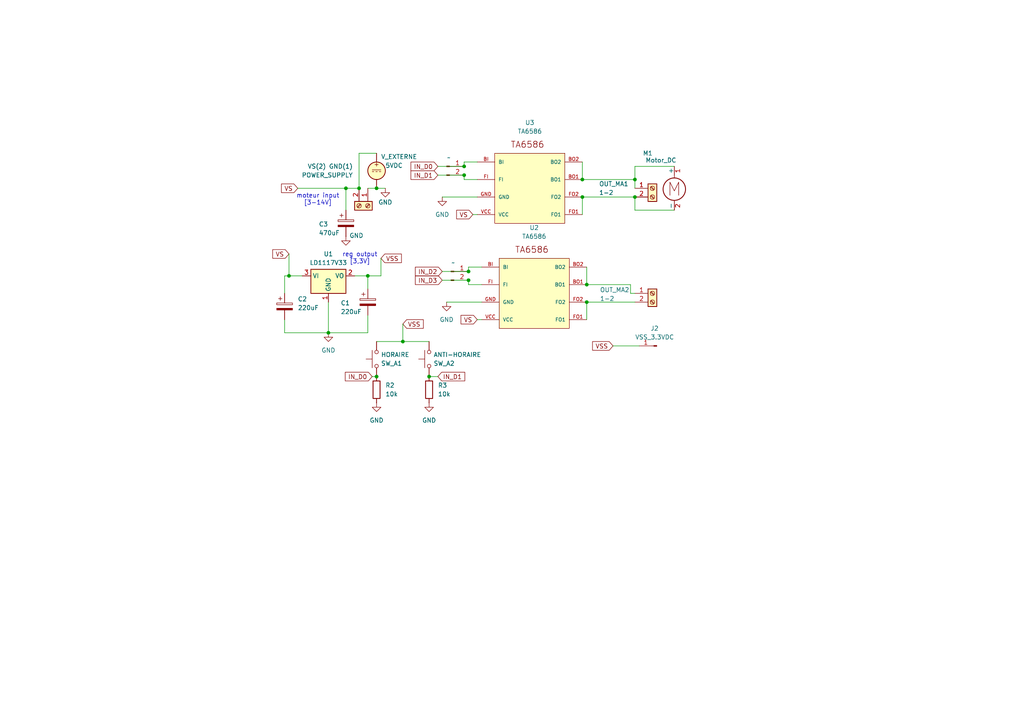
<source format=kicad_sch>
(kicad_sch
	(version 20250114)
	(generator "eeschema")
	(generator_version "9.0")
	(uuid "7767aa36-d4fb-43bd-ba4a-d00aca1abffe")
	(paper "A4")
	(lib_symbols
		(symbol "Connector:Conn_01x01_Pin"
			(pin_names
				(offset 1.016)
				(hide yes)
			)
			(exclude_from_sim no)
			(in_bom yes)
			(on_board yes)
			(property "Reference" "J"
				(at 0 2.54 0)
				(effects
					(font
						(size 1.27 1.27)
					)
				)
			)
			(property "Value" "Conn_01x01_Pin"
				(at 0 -2.54 0)
				(effects
					(font
						(size 1.27 1.27)
					)
				)
			)
			(property "Footprint" ""
				(at 0 0 0)
				(effects
					(font
						(size 1.27 1.27)
					)
					(hide yes)
				)
			)
			(property "Datasheet" "~"
				(at 0 0 0)
				(effects
					(font
						(size 1.27 1.27)
					)
					(hide yes)
				)
			)
			(property "Description" "Generic connector, single row, 01x01, script generated"
				(at 0 0 0)
				(effects
					(font
						(size 1.27 1.27)
					)
					(hide yes)
				)
			)
			(property "ki_locked" ""
				(at 0 0 0)
				(effects
					(font
						(size 1.27 1.27)
					)
				)
			)
			(property "ki_keywords" "connector"
				(at 0 0 0)
				(effects
					(font
						(size 1.27 1.27)
					)
					(hide yes)
				)
			)
			(property "ki_fp_filters" "Connector*:*_1x??_*"
				(at 0 0 0)
				(effects
					(font
						(size 1.27 1.27)
					)
					(hide yes)
				)
			)
			(symbol "Conn_01x01_Pin_1_1"
				(rectangle
					(start 0.8636 0.127)
					(end 0 -0.127)
					(stroke
						(width 0.1524)
						(type default)
					)
					(fill
						(type outline)
					)
				)
				(polyline
					(pts
						(xy 1.27 0) (xy 0.8636 0)
					)
					(stroke
						(width 0.1524)
						(type default)
					)
					(fill
						(type none)
					)
				)
				(pin passive line
					(at 5.08 0 180)
					(length 3.81)
					(name "Pin_1"
						(effects
							(font
								(size 1.27 1.27)
							)
						)
					)
					(number "1"
						(effects
							(font
								(size 1.27 1.27)
							)
						)
					)
				)
			)
			(embedded_fonts no)
		)
		(symbol "Connector:Conn_01x02_Pin"
			(pin_names
				(offset 1.016)
				(hide yes)
			)
			(exclude_from_sim no)
			(in_bom yes)
			(on_board yes)
			(property "Reference" "J"
				(at 0 2.54 0)
				(effects
					(font
						(size 1.27 1.27)
					)
				)
			)
			(property "Value" "Conn_01x02_Pin"
				(at 0 -5.08 0)
				(effects
					(font
						(size 1.27 1.27)
					)
				)
			)
			(property "Footprint" ""
				(at 0 0 0)
				(effects
					(font
						(size 1.27 1.27)
					)
					(hide yes)
				)
			)
			(property "Datasheet" "~"
				(at 0 0 0)
				(effects
					(font
						(size 1.27 1.27)
					)
					(hide yes)
				)
			)
			(property "Description" "Generic connector, single row, 01x02, script generated"
				(at 0 0 0)
				(effects
					(font
						(size 1.27 1.27)
					)
					(hide yes)
				)
			)
			(property "ki_locked" ""
				(at 0 0 0)
				(effects
					(font
						(size 1.27 1.27)
					)
				)
			)
			(property "ki_keywords" "connector"
				(at 0 0 0)
				(effects
					(font
						(size 1.27 1.27)
					)
					(hide yes)
				)
			)
			(property "ki_fp_filters" "Connector*:*_1x??_*"
				(at 0 0 0)
				(effects
					(font
						(size 1.27 1.27)
					)
					(hide yes)
				)
			)
			(symbol "Conn_01x02_Pin_1_1"
				(rectangle
					(start 0.8636 0.127)
					(end 0 -0.127)
					(stroke
						(width 0.1524)
						(type default)
					)
					(fill
						(type outline)
					)
				)
				(rectangle
					(start 0.8636 -2.413)
					(end 0 -2.667)
					(stroke
						(width 0.1524)
						(type default)
					)
					(fill
						(type outline)
					)
				)
				(polyline
					(pts
						(xy 1.27 0) (xy 0.8636 0)
					)
					(stroke
						(width 0.1524)
						(type default)
					)
					(fill
						(type none)
					)
				)
				(polyline
					(pts
						(xy 1.27 -2.54) (xy 0.8636 -2.54)
					)
					(stroke
						(width 0.1524)
						(type default)
					)
					(fill
						(type none)
					)
				)
				(pin passive line
					(at 5.08 0 180)
					(length 3.81)
					(name "Pin_1"
						(effects
							(font
								(size 1.27 1.27)
							)
						)
					)
					(number "1"
						(effects
							(font
								(size 1.27 1.27)
							)
						)
					)
				)
				(pin passive line
					(at 5.08 -2.54 180)
					(length 3.81)
					(name "Pin_2"
						(effects
							(font
								(size 1.27 1.27)
							)
						)
					)
					(number "2"
						(effects
							(font
								(size 1.27 1.27)
							)
						)
					)
				)
			)
			(embedded_fonts no)
		)
		(symbol "Connector:Screw_Terminal_01x02"
			(pin_names
				(offset 1.016)
				(hide yes)
			)
			(exclude_from_sim no)
			(in_bom yes)
			(on_board yes)
			(property "Reference" "J"
				(at 0 2.54 0)
				(effects
					(font
						(size 1.27 1.27)
					)
				)
			)
			(property "Value" "Screw_Terminal_01x02"
				(at 0 -5.08 0)
				(effects
					(font
						(size 1.27 1.27)
					)
				)
			)
			(property "Footprint" ""
				(at 0 0 0)
				(effects
					(font
						(size 1.27 1.27)
					)
					(hide yes)
				)
			)
			(property "Datasheet" "~"
				(at 0 0 0)
				(effects
					(font
						(size 1.27 1.27)
					)
					(hide yes)
				)
			)
			(property "Description" "Generic screw terminal, single row, 01x02, script generated (kicad-library-utils/schlib/autogen/connector/)"
				(at 0 0 0)
				(effects
					(font
						(size 1.27 1.27)
					)
					(hide yes)
				)
			)
			(property "ki_keywords" "screw terminal"
				(at 0 0 0)
				(effects
					(font
						(size 1.27 1.27)
					)
					(hide yes)
				)
			)
			(property "ki_fp_filters" "TerminalBlock*:*"
				(at 0 0 0)
				(effects
					(font
						(size 1.27 1.27)
					)
					(hide yes)
				)
			)
			(symbol "Screw_Terminal_01x02_1_1"
				(rectangle
					(start -1.27 1.27)
					(end 1.27 -3.81)
					(stroke
						(width 0.254)
						(type default)
					)
					(fill
						(type background)
					)
				)
				(polyline
					(pts
						(xy -0.5334 0.3302) (xy 0.3302 -0.508)
					)
					(stroke
						(width 0.1524)
						(type default)
					)
					(fill
						(type none)
					)
				)
				(polyline
					(pts
						(xy -0.5334 -2.2098) (xy 0.3302 -3.048)
					)
					(stroke
						(width 0.1524)
						(type default)
					)
					(fill
						(type none)
					)
				)
				(polyline
					(pts
						(xy -0.3556 0.508) (xy 0.508 -0.3302)
					)
					(stroke
						(width 0.1524)
						(type default)
					)
					(fill
						(type none)
					)
				)
				(polyline
					(pts
						(xy -0.3556 -2.032) (xy 0.508 -2.8702)
					)
					(stroke
						(width 0.1524)
						(type default)
					)
					(fill
						(type none)
					)
				)
				(circle
					(center 0 0)
					(radius 0.635)
					(stroke
						(width 0.1524)
						(type default)
					)
					(fill
						(type none)
					)
				)
				(circle
					(center 0 -2.54)
					(radius 0.635)
					(stroke
						(width 0.1524)
						(type default)
					)
					(fill
						(type none)
					)
				)
				(pin passive line
					(at -5.08 0 0)
					(length 3.81)
					(name "Pin_1"
						(effects
							(font
								(size 1.27 1.27)
							)
						)
					)
					(number "1"
						(effects
							(font
								(size 1.27 1.27)
							)
						)
					)
				)
				(pin passive line
					(at -5.08 -2.54 0)
					(length 3.81)
					(name "Pin_2"
						(effects
							(font
								(size 1.27 1.27)
							)
						)
					)
					(number "2"
						(effects
							(font
								(size 1.27 1.27)
							)
						)
					)
				)
			)
			(embedded_fonts no)
		)
		(symbol "Device:C_Polarized"
			(pin_numbers
				(hide yes)
			)
			(pin_names
				(offset 0.254)
			)
			(exclude_from_sim no)
			(in_bom yes)
			(on_board yes)
			(property "Reference" "C"
				(at 0.635 2.54 0)
				(effects
					(font
						(size 1.27 1.27)
					)
					(justify left)
				)
			)
			(property "Value" "C_Polarized"
				(at 0.635 -2.54 0)
				(effects
					(font
						(size 1.27 1.27)
					)
					(justify left)
				)
			)
			(property "Footprint" ""
				(at 0.9652 -3.81 0)
				(effects
					(font
						(size 1.27 1.27)
					)
					(hide yes)
				)
			)
			(property "Datasheet" "~"
				(at 0 0 0)
				(effects
					(font
						(size 1.27 1.27)
					)
					(hide yes)
				)
			)
			(property "Description" "Polarized capacitor"
				(at 0 0 0)
				(effects
					(font
						(size 1.27 1.27)
					)
					(hide yes)
				)
			)
			(property "ki_keywords" "cap capacitor"
				(at 0 0 0)
				(effects
					(font
						(size 1.27 1.27)
					)
					(hide yes)
				)
			)
			(property "ki_fp_filters" "CP_*"
				(at 0 0 0)
				(effects
					(font
						(size 1.27 1.27)
					)
					(hide yes)
				)
			)
			(symbol "C_Polarized_0_1"
				(rectangle
					(start -2.286 0.508)
					(end 2.286 1.016)
					(stroke
						(width 0)
						(type default)
					)
					(fill
						(type none)
					)
				)
				(polyline
					(pts
						(xy -1.778 2.286) (xy -0.762 2.286)
					)
					(stroke
						(width 0)
						(type default)
					)
					(fill
						(type none)
					)
				)
				(polyline
					(pts
						(xy -1.27 2.794) (xy -1.27 1.778)
					)
					(stroke
						(width 0)
						(type default)
					)
					(fill
						(type none)
					)
				)
				(rectangle
					(start 2.286 -0.508)
					(end -2.286 -1.016)
					(stroke
						(width 0)
						(type default)
					)
					(fill
						(type outline)
					)
				)
			)
			(symbol "C_Polarized_1_1"
				(pin passive line
					(at 0 3.81 270)
					(length 2.794)
					(name "~"
						(effects
							(font
								(size 1.27 1.27)
							)
						)
					)
					(number "1"
						(effects
							(font
								(size 1.27 1.27)
							)
						)
					)
				)
				(pin passive line
					(at 0 -3.81 90)
					(length 2.794)
					(name "~"
						(effects
							(font
								(size 1.27 1.27)
							)
						)
					)
					(number "2"
						(effects
							(font
								(size 1.27 1.27)
							)
						)
					)
				)
			)
			(embedded_fonts no)
		)
		(symbol "Device:R"
			(pin_numbers
				(hide yes)
			)
			(pin_names
				(offset 0)
			)
			(exclude_from_sim no)
			(in_bom yes)
			(on_board yes)
			(property "Reference" "R"
				(at 2.032 0 90)
				(effects
					(font
						(size 1.27 1.27)
					)
				)
			)
			(property "Value" "R"
				(at 0 0 90)
				(effects
					(font
						(size 1.27 1.27)
					)
				)
			)
			(property "Footprint" ""
				(at -1.778 0 90)
				(effects
					(font
						(size 1.27 1.27)
					)
					(hide yes)
				)
			)
			(property "Datasheet" "~"
				(at 0 0 0)
				(effects
					(font
						(size 1.27 1.27)
					)
					(hide yes)
				)
			)
			(property "Description" "Resistor"
				(at 0 0 0)
				(effects
					(font
						(size 1.27 1.27)
					)
					(hide yes)
				)
			)
			(property "ki_keywords" "R res resistor"
				(at 0 0 0)
				(effects
					(font
						(size 1.27 1.27)
					)
					(hide yes)
				)
			)
			(property "ki_fp_filters" "R_*"
				(at 0 0 0)
				(effects
					(font
						(size 1.27 1.27)
					)
					(hide yes)
				)
			)
			(symbol "R_0_1"
				(rectangle
					(start -1.016 -2.54)
					(end 1.016 2.54)
					(stroke
						(width 0.254)
						(type default)
					)
					(fill
						(type none)
					)
				)
			)
			(symbol "R_1_1"
				(pin passive line
					(at 0 3.81 270)
					(length 1.27)
					(name "~"
						(effects
							(font
								(size 1.27 1.27)
							)
						)
					)
					(number "1"
						(effects
							(font
								(size 1.27 1.27)
							)
						)
					)
				)
				(pin passive line
					(at 0 -3.81 90)
					(length 1.27)
					(name "~"
						(effects
							(font
								(size 1.27 1.27)
							)
						)
					)
					(number "2"
						(effects
							(font
								(size 1.27 1.27)
							)
						)
					)
				)
			)
			(embedded_fonts no)
		)
		(symbol "Motor:Motor_DC"
			(pin_names
				(offset 0)
			)
			(exclude_from_sim no)
			(in_bom yes)
			(on_board yes)
			(property "Reference" "M"
				(at 2.54 2.54 0)
				(effects
					(font
						(size 1.27 1.27)
					)
					(justify left)
				)
			)
			(property "Value" "Motor_DC"
				(at 2.54 -5.08 0)
				(effects
					(font
						(size 1.27 1.27)
					)
					(justify left top)
				)
			)
			(property "Footprint" ""
				(at 0 -2.286 0)
				(effects
					(font
						(size 1.27 1.27)
					)
					(hide yes)
				)
			)
			(property "Datasheet" "~"
				(at 0 -2.286 0)
				(effects
					(font
						(size 1.27 1.27)
					)
					(hide yes)
				)
			)
			(property "Description" "DC Motor"
				(at 0 0 0)
				(effects
					(font
						(size 1.27 1.27)
					)
					(hide yes)
				)
			)
			(property "ki_keywords" "DC Motor"
				(at 0 0 0)
				(effects
					(font
						(size 1.27 1.27)
					)
					(hide yes)
				)
			)
			(property "ki_fp_filters" "PinHeader*P2.54mm* TerminalBlock*"
				(at 0 0 0)
				(effects
					(font
						(size 1.27 1.27)
					)
					(hide yes)
				)
			)
			(symbol "Motor_DC_0_0"
				(polyline
					(pts
						(xy -1.27 -3.302) (xy -1.27 0.508) (xy 0 -2.032) (xy 1.27 0.508) (xy 1.27 -3.302)
					)
					(stroke
						(width 0)
						(type default)
					)
					(fill
						(type none)
					)
				)
			)
			(symbol "Motor_DC_0_1"
				(polyline
					(pts
						(xy 0 2.032) (xy 0 2.54)
					)
					(stroke
						(width 0)
						(type default)
					)
					(fill
						(type none)
					)
				)
				(polyline
					(pts
						(xy 0 1.7272) (xy 0 2.0828)
					)
					(stroke
						(width 0)
						(type default)
					)
					(fill
						(type none)
					)
				)
				(circle
					(center 0 -1.524)
					(radius 3.2512)
					(stroke
						(width 0.254)
						(type default)
					)
					(fill
						(type none)
					)
				)
				(polyline
					(pts
						(xy 0 -4.7752) (xy 0 -5.1816)
					)
					(stroke
						(width 0)
						(type default)
					)
					(fill
						(type none)
					)
				)
				(polyline
					(pts
						(xy 0 -7.62) (xy 0 -7.112)
					)
					(stroke
						(width 0)
						(type default)
					)
					(fill
						(type none)
					)
				)
			)
			(symbol "Motor_DC_1_1"
				(pin passive line
					(at 0 5.08 270)
					(length 2.54)
					(name "+"
						(effects
							(font
								(size 1.27 1.27)
							)
						)
					)
					(number "1"
						(effects
							(font
								(size 1.27 1.27)
							)
						)
					)
				)
				(pin passive line
					(at 0 -7.62 90)
					(length 2.54)
					(name "-"
						(effects
							(font
								(size 1.27 1.27)
							)
						)
					)
					(number "2"
						(effects
							(font
								(size 1.27 1.27)
							)
						)
					)
				)
			)
			(embedded_fonts no)
		)
		(symbol "Regulator_Linear:LD1117V33"
			(exclude_from_sim no)
			(in_bom yes)
			(on_board yes)
			(property "Reference" "U"
				(at -3.81 3.175 0)
				(effects
					(font
						(size 1.27 1.27)
					)
				)
			)
			(property "Value" "LD1117V33"
				(at 0 3.175 0)
				(effects
					(font
						(size 1.27 1.27)
					)
					(justify left)
				)
			)
			(property "Footprint" "Package_TO_SOT_THT:TO-220-3_Vertical"
				(at 0 5.08 0)
				(effects
					(font
						(size 1.27 1.27)
					)
					(hide yes)
				)
			)
			(property "Datasheet" "https://www.st.com/resource/en/datasheet/ld1117.pdf"
				(at 2.54 -6.35 0)
				(effects
					(font
						(size 1.27 1.27)
					)
					(hide yes)
				)
			)
			(property "Description" "800 mA Fixed Low Drop Positive Voltage Regulator (ldo). Max input 15V. Fixed Output 3.3V. TO-220-3"
				(at 0 0 0)
				(effects
					(font
						(size 1.27 1.27)
					)
					(hide yes)
				)
			)
			(property "ki_keywords" "low-dropout-regulator ldo"
				(at 0 0 0)
				(effects
					(font
						(size 1.27 1.27)
					)
					(hide yes)
				)
			)
			(property "ki_fp_filters" "*TO?220*"
				(at 0 0 0)
				(effects
					(font
						(size 1.27 1.27)
					)
					(hide yes)
				)
			)
			(symbol "LD1117V33_0_1"
				(rectangle
					(start -5.08 -5.08)
					(end 5.08 1.905)
					(stroke
						(width 0.254)
						(type default)
					)
					(fill
						(type background)
					)
				)
			)
			(symbol "LD1117V33_1_1"
				(pin power_in line
					(at -7.62 0 0)
					(length 2.54)
					(name "VI"
						(effects
							(font
								(size 1.27 1.27)
							)
						)
					)
					(number "3"
						(effects
							(font
								(size 1.27 1.27)
							)
						)
					)
				)
				(pin power_in line
					(at 0 -7.62 90)
					(length 2.54)
					(name "GND"
						(effects
							(font
								(size 1.27 1.27)
							)
						)
					)
					(number "1"
						(effects
							(font
								(size 1.27 1.27)
							)
						)
					)
				)
				(pin power_out line
					(at 7.62 0 180)
					(length 2.54)
					(name "VO"
						(effects
							(font
								(size 1.27 1.27)
							)
						)
					)
					(number "2"
						(effects
							(font
								(size 1.27 1.27)
							)
						)
					)
				)
			)
			(embedded_fonts no)
		)
		(symbol "Simulation_SPICE:VDC"
			(pin_numbers
				(hide yes)
			)
			(pin_names
				(offset 0.0254)
			)
			(exclude_from_sim no)
			(in_bom yes)
			(on_board yes)
			(property "Reference" "V"
				(at 2.54 2.54 0)
				(effects
					(font
						(size 1.27 1.27)
					)
					(justify left)
				)
			)
			(property "Value" "1"
				(at 2.54 0 0)
				(effects
					(font
						(size 1.27 1.27)
					)
					(justify left)
				)
			)
			(property "Footprint" ""
				(at 0 0 0)
				(effects
					(font
						(size 1.27 1.27)
					)
					(hide yes)
				)
			)
			(property "Datasheet" "https://ngspice.sourceforge.io/docs/ngspice-html-manual/manual.xhtml#sec_Independent_Sources_for"
				(at 0 0 0)
				(effects
					(font
						(size 1.27 1.27)
					)
					(hide yes)
				)
			)
			(property "Description" "Voltage source, DC"
				(at 0 0 0)
				(effects
					(font
						(size 1.27 1.27)
					)
					(hide yes)
				)
			)
			(property "Sim.Pins" "1=+ 2=-"
				(at 0 0 0)
				(effects
					(font
						(size 1.27 1.27)
					)
					(hide yes)
				)
			)
			(property "Sim.Type" "DC"
				(at 0 0 0)
				(effects
					(font
						(size 1.27 1.27)
					)
					(hide yes)
				)
			)
			(property "Sim.Device" "V"
				(at 0 0 0)
				(effects
					(font
						(size 1.27 1.27)
					)
					(justify left)
					(hide yes)
				)
			)
			(property "ki_keywords" "simulation"
				(at 0 0 0)
				(effects
					(font
						(size 1.27 1.27)
					)
					(hide yes)
				)
			)
			(symbol "VDC_0_0"
				(polyline
					(pts
						(xy -1.27 0.254) (xy 1.27 0.254)
					)
					(stroke
						(width 0)
						(type default)
					)
					(fill
						(type none)
					)
				)
				(polyline
					(pts
						(xy -0.762 -0.254) (xy -1.27 -0.254)
					)
					(stroke
						(width 0)
						(type default)
					)
					(fill
						(type none)
					)
				)
				(polyline
					(pts
						(xy 0.254 -0.254) (xy -0.254 -0.254)
					)
					(stroke
						(width 0)
						(type default)
					)
					(fill
						(type none)
					)
				)
				(polyline
					(pts
						(xy 1.27 -0.254) (xy 0.762 -0.254)
					)
					(stroke
						(width 0)
						(type default)
					)
					(fill
						(type none)
					)
				)
				(text "+"
					(at 0 1.905 0)
					(effects
						(font
							(size 1.27 1.27)
						)
					)
				)
			)
			(symbol "VDC_0_1"
				(circle
					(center 0 0)
					(radius 2.54)
					(stroke
						(width 0.254)
						(type default)
					)
					(fill
						(type background)
					)
				)
			)
			(symbol "VDC_1_1"
				(pin passive line
					(at 0 5.08 270)
					(length 2.54)
					(name "~"
						(effects
							(font
								(size 1.27 1.27)
							)
						)
					)
					(number "1"
						(effects
							(font
								(size 1.27 1.27)
							)
						)
					)
				)
				(pin passive line
					(at 0 -5.08 90)
					(length 2.54)
					(name "~"
						(effects
							(font
								(size 1.27 1.27)
							)
						)
					)
					(number "2"
						(effects
							(font
								(size 1.27 1.27)
							)
						)
					)
				)
			)
			(embedded_fonts no)
		)
		(symbol "Switch:SW_Push"
			(pin_numbers
				(hide yes)
			)
			(pin_names
				(offset 1.016)
				(hide yes)
			)
			(exclude_from_sim no)
			(in_bom yes)
			(on_board yes)
			(property "Reference" "SW"
				(at 1.27 2.54 0)
				(effects
					(font
						(size 1.27 1.27)
					)
					(justify left)
				)
			)
			(property "Value" "SW_Push"
				(at 0 -1.524 0)
				(effects
					(font
						(size 1.27 1.27)
					)
				)
			)
			(property "Footprint" ""
				(at 0 5.08 0)
				(effects
					(font
						(size 1.27 1.27)
					)
					(hide yes)
				)
			)
			(property "Datasheet" "~"
				(at 0 5.08 0)
				(effects
					(font
						(size 1.27 1.27)
					)
					(hide yes)
				)
			)
			(property "Description" "Push button switch, generic, two pins"
				(at 0 0 0)
				(effects
					(font
						(size 1.27 1.27)
					)
					(hide yes)
				)
			)
			(property "ki_keywords" "switch normally-open pushbutton push-button"
				(at 0 0 0)
				(effects
					(font
						(size 1.27 1.27)
					)
					(hide yes)
				)
			)
			(symbol "SW_Push_0_1"
				(circle
					(center -2.032 0)
					(radius 0.508)
					(stroke
						(width 0)
						(type default)
					)
					(fill
						(type none)
					)
				)
				(polyline
					(pts
						(xy 0 1.27) (xy 0 3.048)
					)
					(stroke
						(width 0)
						(type default)
					)
					(fill
						(type none)
					)
				)
				(circle
					(center 2.032 0)
					(radius 0.508)
					(stroke
						(width 0)
						(type default)
					)
					(fill
						(type none)
					)
				)
				(polyline
					(pts
						(xy 2.54 1.27) (xy -2.54 1.27)
					)
					(stroke
						(width 0)
						(type default)
					)
					(fill
						(type none)
					)
				)
				(pin passive line
					(at -5.08 0 0)
					(length 2.54)
					(name "1"
						(effects
							(font
								(size 1.27 1.27)
							)
						)
					)
					(number "1"
						(effects
							(font
								(size 1.27 1.27)
							)
						)
					)
				)
				(pin passive line
					(at 5.08 0 180)
					(length 2.54)
					(name "2"
						(effects
							(font
								(size 1.27 1.27)
							)
						)
					)
					(number "2"
						(effects
							(font
								(size 1.27 1.27)
							)
						)
					)
				)
			)
			(embedded_fonts no)
		)
		(symbol "TA6586:TA6586"
			(pin_names
				(offset 1.016)
			)
			(exclude_from_sim no)
			(in_bom yes)
			(on_board yes)
			(property "Reference" "U"
				(at 0 0 0)
				(effects
					(font
						(size 1.27 1.27)
					)
					(justify bottom)
				)
			)
			(property "Value" "TA6586"
				(at 0 0 0)
				(effects
					(font
						(size 1.27 1.27)
					)
					(justify bottom)
				)
			)
			(property "Footprint" "TA6586:TA6586-FOOTPRINT"
				(at 0 0 0)
				(effects
					(font
						(size 1.27 1.27)
					)
					(justify bottom)
					(hide yes)
				)
			)
			(property "Datasheet" ""
				(at 0 0 0)
				(effects
					(font
						(size 1.27 1.27)
					)
					(hide yes)
				)
			)
			(property "Description" ""
				(at 0 0 0)
				(effects
					(font
						(size 1.27 1.27)
					)
					(hide yes)
				)
			)
			(property "MF" "Wuxi"
				(at 0 0 0)
				(effects
					(font
						(size 1.27 1.27)
					)
					(justify bottom)
					(hide yes)
				)
			)
			(property "Description_1" "DC Bidirectional motor driving circuit"
				(at 0 0 0)
				(effects
					(font
						(size 1.27 1.27)
					)
					(justify bottom)
					(hide yes)
				)
			)
			(property "Package" "Package"
				(at 0 0 0)
				(effects
					(font
						(size 1.27 1.27)
					)
					(justify bottom)
					(hide yes)
				)
			)
			(property "Price" "None"
				(at 0 0 0)
				(effects
					(font
						(size 1.27 1.27)
					)
					(justify bottom)
					(hide yes)
				)
			)
			(property "SnapEDA_Link" "https://www.snapeda.com/parts/TA6586/Wuxi/view-part/?ref=snap"
				(at 0 0 0)
				(effects
					(font
						(size 1.27 1.27)
					)
					(justify bottom)
					(hide yes)
				)
			)
			(property "MP" "TA6586"
				(at 0 0 0)
				(effects
					(font
						(size 1.27 1.27)
					)
					(justify bottom)
					(hide yes)
				)
			)
			(property "Availability" "Not in stock"
				(at 0 0 0)
				(effects
					(font
						(size 1.27 1.27)
					)
					(justify bottom)
					(hide yes)
				)
			)
			(property "Check_prices" "https://www.snapeda.com/parts/TA6586/Wuxi/view-part/?ref=eda"
				(at 0 0 0)
				(effects
					(font
						(size 1.27 1.27)
					)
					(justify bottom)
					(hide yes)
				)
			)
			(symbol "TA6586_0_0"
				(rectangle
					(start -10.16 -10.16)
					(end 10.16 10.16)
					(stroke
						(width 0.1524)
						(type default)
					)
					(fill
						(type background)
					)
				)
				(text "TA6586 "
					(at 0 12.7 0)
					(effects
						(font
							(size 1.778 1.778)
						)
					)
				)
				(pin bidirectional line
					(at -15.24 7.62 0)
					(length 5.08)
					(name "BI"
						(effects
							(font
								(size 1.016 1.016)
							)
						)
					)
					(number "BI"
						(effects
							(font
								(size 1.016 1.016)
							)
						)
					)
				)
				(pin bidirectional line
					(at -15.24 2.54 0)
					(length 5.08)
					(name "FI"
						(effects
							(font
								(size 1.016 1.016)
							)
						)
					)
					(number "FI"
						(effects
							(font
								(size 1.016 1.016)
							)
						)
					)
				)
				(pin bidirectional line
					(at -15.24 -2.54 0)
					(length 5.08)
					(name "GND"
						(effects
							(font
								(size 1.016 1.016)
							)
						)
					)
					(number "GND"
						(effects
							(font
								(size 1.016 1.016)
							)
						)
					)
				)
				(pin bidirectional line
					(at -15.24 -7.62 0)
					(length 5.08)
					(name "VCC"
						(effects
							(font
								(size 1.016 1.016)
							)
						)
					)
					(number "VCC"
						(effects
							(font
								(size 1.016 1.016)
							)
						)
					)
				)
				(pin bidirectional line
					(at 15.24 7.62 180)
					(length 5.08)
					(name "BO2"
						(effects
							(font
								(size 1.016 1.016)
							)
						)
					)
					(number "BO2"
						(effects
							(font
								(size 1.016 1.016)
							)
						)
					)
				)
				(pin bidirectional line
					(at 15.24 2.54 180)
					(length 5.08)
					(name "BO1"
						(effects
							(font
								(size 1.016 1.016)
							)
						)
					)
					(number "BO1"
						(effects
							(font
								(size 1.016 1.016)
							)
						)
					)
				)
				(pin bidirectional line
					(at 15.24 -2.54 180)
					(length 5.08)
					(name "FO2"
						(effects
							(font
								(size 1.016 1.016)
							)
						)
					)
					(number "FO2"
						(effects
							(font
								(size 1.016 1.016)
							)
						)
					)
				)
				(pin bidirectional line
					(at 15.24 -7.62 180)
					(length 5.08)
					(name "FO1"
						(effects
							(font
								(size 1.016 1.016)
							)
						)
					)
					(number "FO1"
						(effects
							(font
								(size 1.016 1.016)
							)
						)
					)
				)
			)
			(embedded_fonts no)
		)
		(symbol "power:GND"
			(power)
			(pin_numbers
				(hide yes)
			)
			(pin_names
				(offset 0)
				(hide yes)
			)
			(exclude_from_sim no)
			(in_bom yes)
			(on_board yes)
			(property "Reference" "#PWR"
				(at 0 -6.35 0)
				(effects
					(font
						(size 1.27 1.27)
					)
					(hide yes)
				)
			)
			(property "Value" "GND"
				(at 0 -3.81 0)
				(effects
					(font
						(size 1.27 1.27)
					)
				)
			)
			(property "Footprint" ""
				(at 0 0 0)
				(effects
					(font
						(size 1.27 1.27)
					)
					(hide yes)
				)
			)
			(property "Datasheet" ""
				(at 0 0 0)
				(effects
					(font
						(size 1.27 1.27)
					)
					(hide yes)
				)
			)
			(property "Description" "Power symbol creates a global label with name \"GND\" , ground"
				(at 0 0 0)
				(effects
					(font
						(size 1.27 1.27)
					)
					(hide yes)
				)
			)
			(property "ki_keywords" "global power"
				(at 0 0 0)
				(effects
					(font
						(size 1.27 1.27)
					)
					(hide yes)
				)
			)
			(symbol "GND_0_1"
				(polyline
					(pts
						(xy 0 0) (xy 0 -1.27) (xy 1.27 -1.27) (xy 0 -2.54) (xy -1.27 -1.27) (xy 0 -1.27)
					)
					(stroke
						(width 0)
						(type default)
					)
					(fill
						(type none)
					)
				)
			)
			(symbol "GND_1_1"
				(pin power_in line
					(at 0 0 270)
					(length 0)
					(name "~"
						(effects
							(font
								(size 1.27 1.27)
							)
						)
					)
					(number "1"
						(effects
							(font
								(size 1.27 1.27)
							)
						)
					)
				)
			)
			(embedded_fonts no)
		)
	)
	(text "moteur input\n[3-14V]"
		(exclude_from_sim no)
		(at 92.202 57.912 0)
		(effects
			(font
				(size 1.27 1.27)
			)
		)
		(uuid "c133d6f1-5aaa-462f-b4ae-837a4da3237e")
	)
	(text "reg output\n[3,3V]"
		(exclude_from_sim no)
		(at 104.394 74.93 0)
		(effects
			(font
				(size 1.27 1.27)
			)
		)
		(uuid "d8cc6f4c-4ee9-42ac-9282-24bb1fe70de8")
	)
	(junction
		(at 134.62 48.26)
		(diameter 0)
		(color 0 0 0 0)
		(uuid "19a612b7-e350-479f-96ee-812ca15acbd1")
	)
	(junction
		(at 104.14 54.61)
		(diameter 0)
		(color 0 0 0 0)
		(uuid "258f338f-1e3e-4a5c-a799-ebdcfca3256f")
	)
	(junction
		(at 100.33 54.61)
		(diameter 0)
		(color 0 0 0 0)
		(uuid "30627fdb-599e-4a66-97bc-e9486b14fd64")
	)
	(junction
		(at 116.84 99.06)
		(diameter 0)
		(color 0 0 0 0)
		(uuid "39026b6d-a078-477a-9715-08db622f911b")
	)
	(junction
		(at 168.91 52.07)
		(diameter 0)
		(color 0 0 0 0)
		(uuid "3a9b1d8e-10dc-4cf3-8a68-b85000bd9c05")
	)
	(junction
		(at 95.25 96.52)
		(diameter 0)
		(color 0 0 0 0)
		(uuid "45d45dca-2cab-4534-bec9-c10f74b17a21")
	)
	(junction
		(at 168.91 57.15)
		(diameter 0)
		(color 0 0 0 0)
		(uuid "4aee3e6b-2c75-4a9d-98c3-c9ad8ab65aae")
	)
	(junction
		(at 184.15 52.07)
		(diameter 0)
		(color 0 0 0 0)
		(uuid "6d0f4911-ac66-44da-a13f-e66b10048827")
	)
	(junction
		(at 134.62 50.8)
		(diameter 0)
		(color 0 0 0 0)
		(uuid "7e33a00c-41c6-481b-a6b8-21cb1fe915f3")
	)
	(junction
		(at 170.18 87.63)
		(diameter 0)
		(color 0 0 0 0)
		(uuid "87818e66-e37a-4011-9b2b-fd64b94932c0")
	)
	(junction
		(at 124.46 109.22)
		(diameter 0)
		(color 0 0 0 0)
		(uuid "9270d323-169c-4cb5-9e7a-56cb1b41d26e")
	)
	(junction
		(at 83.82 80.01)
		(diameter 0)
		(color 0 0 0 0)
		(uuid "9272409a-e91d-4f91-8e9b-839d8e2678a3")
	)
	(junction
		(at 106.68 80.01)
		(diameter 0)
		(color 0 0 0 0)
		(uuid "afbf0b3b-8a4c-43c0-8afa-00750f1afb2b")
	)
	(junction
		(at 109.22 109.22)
		(diameter 0)
		(color 0 0 0 0)
		(uuid "b0380258-6f6b-42f5-a398-fbdc76523b0d")
	)
	(junction
		(at 170.18 82.55)
		(diameter 0)
		(color 0 0 0 0)
		(uuid "ba03290c-c344-4a2f-b804-66276d31afa3")
	)
	(junction
		(at 135.89 78.74)
		(diameter 0)
		(color 0 0 0 0)
		(uuid "d9061316-4086-4554-836b-1266c65202f9")
	)
	(junction
		(at 135.89 81.28)
		(diameter 0)
		(color 0 0 0 0)
		(uuid "dac86acd-579b-40f9-91b6-e448d1b86a93")
	)
	(junction
		(at 184.15 57.15)
		(diameter 0)
		(color 0 0 0 0)
		(uuid "e36a4ac1-87b4-433c-bbbc-49d288867f0e")
	)
	(junction
		(at 109.22 54.61)
		(diameter 0)
		(color 0 0 0 0)
		(uuid "ffd1bf04-5214-400f-b82a-2968b3d1305a")
	)
	(wire
		(pts
			(xy 86.36 54.61) (xy 100.33 54.61)
		)
		(stroke
			(width 0)
			(type default)
		)
		(uuid "05d3ee10-bed0-4eae-9404-153f9493dd0b")
	)
	(wire
		(pts
			(xy 168.91 57.15) (xy 168.91 62.23)
		)
		(stroke
			(width 0)
			(type default)
		)
		(uuid "0609000a-203d-4a88-b0c4-a80762dbdbe6")
	)
	(wire
		(pts
			(xy 137.16 62.23) (xy 138.43 62.23)
		)
		(stroke
			(width 0)
			(type default)
		)
		(uuid "06c5303b-51ec-42e2-9753-700ebe152dff")
	)
	(wire
		(pts
			(xy 138.43 92.71) (xy 139.7 92.71)
		)
		(stroke
			(width 0)
			(type default)
		)
		(uuid "06d08ff7-fba5-4770-a170-8f6f4f5f4bb2")
	)
	(wire
		(pts
			(xy 116.84 99.06) (xy 124.46 99.06)
		)
		(stroke
			(width 0)
			(type default)
		)
		(uuid "08c27552-3136-4e44-bc39-b9b04b1f508f")
	)
	(wire
		(pts
			(xy 109.22 54.61) (xy 111.76 54.61)
		)
		(stroke
			(width 0)
			(type default)
		)
		(uuid "097e23e3-2be1-4001-a9d6-044ccd7e3b14")
	)
	(wire
		(pts
			(xy 139.7 82.55) (xy 135.89 82.55)
		)
		(stroke
			(width 0)
			(type default)
		)
		(uuid "0ce480c8-6c92-4adb-8c5a-352a4c4100a5")
	)
	(wire
		(pts
			(xy 168.91 57.15) (xy 184.15 57.15)
		)
		(stroke
			(width 0)
			(type default)
		)
		(uuid "11759676-9a06-4111-a4ff-665d2cf95baf")
	)
	(wire
		(pts
			(xy 107.95 109.22) (xy 109.22 109.22)
		)
		(stroke
			(width 0)
			(type default)
		)
		(uuid "122596b3-2c17-4899-b1d9-070882587a67")
	)
	(wire
		(pts
			(xy 195.58 60.96) (xy 184.15 60.96)
		)
		(stroke
			(width 0)
			(type default)
		)
		(uuid "1327fa71-a75c-4f20-96a5-a56e47c45526")
	)
	(wire
		(pts
			(xy 184.15 60.96) (xy 184.15 57.15)
		)
		(stroke
			(width 0)
			(type default)
		)
		(uuid "145a0d34-8aa7-49cd-a524-7028e167e469")
	)
	(wire
		(pts
			(xy 168.91 52.07) (xy 184.15 52.07)
		)
		(stroke
			(width 0)
			(type default)
		)
		(uuid "171ea502-ed08-4e51-83e3-b778aff044f7")
	)
	(wire
		(pts
			(xy 184.15 52.07) (xy 184.15 54.61)
		)
		(stroke
			(width 0)
			(type default)
		)
		(uuid "1c1a3998-2c88-4a5a-89cc-2d33f42eb3cd")
	)
	(wire
		(pts
			(xy 182.88 82.55) (xy 170.18 82.55)
		)
		(stroke
			(width 0)
			(type default)
		)
		(uuid "1ea70e56-38ff-4c4f-889d-b1cc3ab98adc")
	)
	(wire
		(pts
			(xy 82.55 96.52) (xy 95.25 96.52)
		)
		(stroke
			(width 0)
			(type default)
		)
		(uuid "37854654-5873-4bcf-b3b9-3368f9e750e6")
	)
	(wire
		(pts
			(xy 128.27 78.74) (xy 135.89 78.74)
		)
		(stroke
			(width 0)
			(type default)
		)
		(uuid "37c111db-6cce-4c39-8d75-38df90d11749")
	)
	(wire
		(pts
			(xy 110.49 80.01) (xy 106.68 80.01)
		)
		(stroke
			(width 0)
			(type default)
		)
		(uuid "3b3a1e88-4a2e-4a7f-8f8f-3c5cf8ad24db")
	)
	(wire
		(pts
			(xy 195.58 48.26) (xy 184.15 48.26)
		)
		(stroke
			(width 0)
			(type default)
		)
		(uuid "3b4557ab-c262-477e-bbf0-d1af468a0fc2")
	)
	(wire
		(pts
			(xy 134.62 46.99) (xy 134.62 48.26)
		)
		(stroke
			(width 0)
			(type default)
		)
		(uuid "3c0b22df-248f-4452-9990-bce51d318bbb")
	)
	(wire
		(pts
			(xy 135.89 77.47) (xy 135.89 78.74)
		)
		(stroke
			(width 0)
			(type default)
		)
		(uuid "431e55d3-ff73-46fb-b18d-e9d3117b6d32")
	)
	(wire
		(pts
			(xy 168.91 46.99) (xy 168.91 52.07)
		)
		(stroke
			(width 0)
			(type default)
		)
		(uuid "443c68bf-271f-43fc-94e3-8bec3e19d8a0")
	)
	(wire
		(pts
			(xy 106.68 54.61) (xy 109.22 54.61)
		)
		(stroke
			(width 0)
			(type default)
		)
		(uuid "4603e622-a4e5-4e42-b944-c98f04326e81")
	)
	(wire
		(pts
			(xy 182.88 85.09) (xy 184.15 85.09)
		)
		(stroke
			(width 0)
			(type default)
		)
		(uuid "4b09d0a9-2da2-4e3a-8111-6728964e460a")
	)
	(wire
		(pts
			(xy 177.8 100.33) (xy 185.42 100.33)
		)
		(stroke
			(width 0)
			(type default)
		)
		(uuid "4bd1d23c-5628-462f-ac49-cbbb3ed7ee7d")
	)
	(wire
		(pts
			(xy 184.15 48.26) (xy 184.15 52.07)
		)
		(stroke
			(width 0)
			(type default)
		)
		(uuid "5047ed61-8bd4-4865-90fd-664bf5ea0f5a")
	)
	(wire
		(pts
			(xy 100.33 60.96) (xy 100.33 54.61)
		)
		(stroke
			(width 0)
			(type default)
		)
		(uuid "5bda2213-ae52-42d6-ad51-ce3a1fd850f0")
	)
	(wire
		(pts
			(xy 106.68 96.52) (xy 106.68 91.44)
		)
		(stroke
			(width 0)
			(type default)
		)
		(uuid "5f1e2834-16ff-409f-bcc3-d3162edd6e16")
	)
	(wire
		(pts
			(xy 134.62 52.07) (xy 134.62 50.8)
		)
		(stroke
			(width 0)
			(type default)
		)
		(uuid "745779fd-3eb9-4345-8545-b19e2bb74db3")
	)
	(wire
		(pts
			(xy 127 48.26) (xy 134.62 48.26)
		)
		(stroke
			(width 0)
			(type default)
		)
		(uuid "79c09513-7087-4f4c-9f73-294f3b393655")
	)
	(wire
		(pts
			(xy 138.43 46.99) (xy 134.62 46.99)
		)
		(stroke
			(width 0)
			(type default)
		)
		(uuid "7b9c800a-3e26-4fcb-a01a-9bd363ecac7a")
	)
	(wire
		(pts
			(xy 135.89 82.55) (xy 135.89 81.28)
		)
		(stroke
			(width 0)
			(type default)
		)
		(uuid "7bb18ffb-aa62-4f21-baec-4ac71bcfacad")
	)
	(wire
		(pts
			(xy 100.33 54.61) (xy 104.14 54.61)
		)
		(stroke
			(width 0)
			(type default)
		)
		(uuid "877260e0-0d11-4e88-811a-b7816b60ec45")
	)
	(wire
		(pts
			(xy 106.68 83.82) (xy 106.68 80.01)
		)
		(stroke
			(width 0)
			(type default)
		)
		(uuid "8ad5ded8-0f21-45fd-997a-915f2379af1b")
	)
	(wire
		(pts
			(xy 109.22 99.06) (xy 116.84 99.06)
		)
		(stroke
			(width 0)
			(type default)
		)
		(uuid "8b6b9ac5-512e-45b0-90aa-6f0dcaa6ebf8")
	)
	(wire
		(pts
			(xy 110.49 74.93) (xy 110.49 80.01)
		)
		(stroke
			(width 0)
			(type default)
		)
		(uuid "8cd80220-6190-43f8-9198-11497b94dc88")
	)
	(wire
		(pts
			(xy 109.22 44.45) (xy 104.14 44.45)
		)
		(stroke
			(width 0)
			(type default)
		)
		(uuid "99973828-413c-472e-a26b-94437204e47e")
	)
	(wire
		(pts
			(xy 106.68 80.01) (xy 102.87 80.01)
		)
		(stroke
			(width 0)
			(type default)
		)
		(uuid "9ce85ef1-1fd8-4949-baaf-325a9b5a3ec5")
	)
	(wire
		(pts
			(xy 129.54 87.63) (xy 139.7 87.63)
		)
		(stroke
			(width 0)
			(type default)
		)
		(uuid "a001cd14-679a-4043-82d5-fe8f0035cc9c")
	)
	(wire
		(pts
			(xy 104.14 44.45) (xy 104.14 54.61)
		)
		(stroke
			(width 0)
			(type default)
		)
		(uuid "a5cdc884-0389-4f7f-a914-57b6c74b1975")
	)
	(wire
		(pts
			(xy 170.18 77.47) (xy 170.18 82.55)
		)
		(stroke
			(width 0)
			(type default)
		)
		(uuid "af56e143-93ed-47fc-96d2-4e0b45ff2a7b")
	)
	(wire
		(pts
			(xy 82.55 85.09) (xy 82.55 80.01)
		)
		(stroke
			(width 0)
			(type default)
		)
		(uuid "b5c8eb72-fd0f-4265-9147-e25a3d10e110")
	)
	(wire
		(pts
			(xy 127 50.8) (xy 134.62 50.8)
		)
		(stroke
			(width 0)
			(type default)
		)
		(uuid "b895c14c-556a-42fa-85ad-1c78f5d726cd")
	)
	(wire
		(pts
			(xy 95.25 87.63) (xy 95.25 96.52)
		)
		(stroke
			(width 0)
			(type default)
		)
		(uuid "bad25f12-5a13-405b-b396-d866bfe80a09")
	)
	(wire
		(pts
			(xy 124.46 109.22) (xy 127 109.22)
		)
		(stroke
			(width 0)
			(type default)
		)
		(uuid "baff766d-4dce-4c98-8449-f7788b7174fd")
	)
	(wire
		(pts
			(xy 83.82 73.66) (xy 83.82 80.01)
		)
		(stroke
			(width 0)
			(type default)
		)
		(uuid "bce4329c-6d0a-4150-96c1-398966e77d86")
	)
	(wire
		(pts
			(xy 83.82 80.01) (xy 87.63 80.01)
		)
		(stroke
			(width 0)
			(type default)
		)
		(uuid "c3754921-ffaf-47cb-9e7b-ece61985de51")
	)
	(wire
		(pts
			(xy 170.18 87.63) (xy 184.15 87.63)
		)
		(stroke
			(width 0)
			(type default)
		)
		(uuid "c3b961d8-7bc3-42df-b49f-ac709974fff6")
	)
	(wire
		(pts
			(xy 116.84 93.98) (xy 116.84 99.06)
		)
		(stroke
			(width 0)
			(type default)
		)
		(uuid "cb955a35-03cb-41f0-b437-7252bdcc960d")
	)
	(wire
		(pts
			(xy 182.88 85.09) (xy 182.88 82.55)
		)
		(stroke
			(width 0)
			(type default)
		)
		(uuid "d4b4ce47-617b-4f82-a575-099c24826ad5")
	)
	(wire
		(pts
			(xy 95.25 96.52) (xy 106.68 96.52)
		)
		(stroke
			(width 0)
			(type default)
		)
		(uuid "ded75ee7-6189-4176-8997-4c5fcb406b27")
	)
	(wire
		(pts
			(xy 128.27 57.15) (xy 138.43 57.15)
		)
		(stroke
			(width 0)
			(type default)
		)
		(uuid "df8b3da9-20a4-43d2-89e5-57a9464cbe16")
	)
	(wire
		(pts
			(xy 138.43 52.07) (xy 134.62 52.07)
		)
		(stroke
			(width 0)
			(type default)
		)
		(uuid "e7e81963-f81b-4dc4-97b5-d5e2a23eedc7")
	)
	(wire
		(pts
			(xy 139.7 77.47) (xy 135.89 77.47)
		)
		(stroke
			(width 0)
			(type default)
		)
		(uuid "ea111e1f-8ef0-41d2-85e4-4e0d49aabce2")
	)
	(wire
		(pts
			(xy 82.55 80.01) (xy 83.82 80.01)
		)
		(stroke
			(width 0)
			(type default)
		)
		(uuid "f4deb337-5762-4d4c-8aa5-792a6d6c8595")
	)
	(wire
		(pts
			(xy 170.18 87.63) (xy 170.18 92.71)
		)
		(stroke
			(width 0)
			(type default)
		)
		(uuid "f7727c33-e635-40da-a423-18c521089bc4")
	)
	(wire
		(pts
			(xy 128.27 81.28) (xy 135.89 81.28)
		)
		(stroke
			(width 0)
			(type default)
		)
		(uuid "f9498c55-a64c-4e08-8c74-bce3ce3abd96")
	)
	(wire
		(pts
			(xy 82.55 92.71) (xy 82.55 96.52)
		)
		(stroke
			(width 0)
			(type default)
		)
		(uuid "ff5848f8-444d-4606-9e13-b904185968a7")
	)
	(global_label "VS"
		(shape input)
		(at 86.36 54.61 180)
		(fields_autoplaced yes)
		(effects
			(font
				(size 1.27 1.27)
			)
			(justify right)
		)
		(uuid "0b27c55b-4e9e-4fb8-9417-3aba8012c93e")
		(property "Intersheetrefs" "${INTERSHEET_REFS}"
			(at 81.0767 54.61 0)
			(effects
				(font
					(size 1.27 1.27)
				)
				(justify right)
				(hide yes)
			)
		)
	)
	(global_label "VS"
		(shape input)
		(at 137.16 62.23 180)
		(fields_autoplaced yes)
		(effects
			(font
				(size 1.27 1.27)
			)
			(justify right)
		)
		(uuid "0bbb22b1-bf1e-4cc8-ba97-5ff40efc6004")
		(property "Intersheetrefs" "${INTERSHEET_REFS}"
			(at 131.8767 62.23 0)
			(effects
				(font
					(size 1.27 1.27)
				)
				(justify right)
				(hide yes)
			)
		)
	)
	(global_label "IN_D3"
		(shape input)
		(at 128.27 81.28 180)
		(fields_autoplaced yes)
		(effects
			(font
				(size 1.27 1.27)
			)
			(justify right)
		)
		(uuid "3c455bcf-1bc3-4b1e-bdf4-2bb12f8806ad")
		(property "Intersheetrefs" "${INTERSHEET_REFS}"
			(at 119.9024 81.28 0)
			(effects
				(font
					(size 1.27 1.27)
				)
				(justify right)
				(hide yes)
			)
		)
	)
	(global_label "VSS"
		(shape input)
		(at 177.8 100.33 180)
		(fields_autoplaced yes)
		(effects
			(font
				(size 1.27 1.27)
			)
			(justify right)
		)
		(uuid "438e6423-3fc7-4a0f-9a05-c0b1ca9516c8")
		(property "Intersheetrefs" "${INTERSHEET_REFS}"
			(at 171.3072 100.33 0)
			(effects
				(font
					(size 1.27 1.27)
				)
				(justify right)
				(hide yes)
			)
		)
	)
	(global_label "VS"
		(shape input)
		(at 138.43 92.71 180)
		(fields_autoplaced yes)
		(effects
			(font
				(size 1.27 1.27)
			)
			(justify right)
		)
		(uuid "4434e6fc-ff97-4a7d-9d78-1b0e49b4170f")
		(property "Intersheetrefs" "${INTERSHEET_REFS}"
			(at 133.1467 92.71 0)
			(effects
				(font
					(size 1.27 1.27)
				)
				(justify right)
				(hide yes)
			)
		)
	)
	(global_label "IN_D1"
		(shape input)
		(at 127 50.8 180)
		(fields_autoplaced yes)
		(effects
			(font
				(size 1.27 1.27)
			)
			(justify right)
		)
		(uuid "5771b40c-e7c7-4b30-9331-c6aae150c9e9")
		(property "Intersheetrefs" "${INTERSHEET_REFS}"
			(at 118.6324 50.8 0)
			(effects
				(font
					(size 1.27 1.27)
				)
				(justify right)
				(hide yes)
			)
		)
	)
	(global_label "VS"
		(shape input)
		(at 83.82 73.66 180)
		(fields_autoplaced yes)
		(effects
			(font
				(size 1.27 1.27)
			)
			(justify right)
		)
		(uuid "60f1629f-52cd-46dd-8384-f3ddf119d008")
		(property "Intersheetrefs" "${INTERSHEET_REFS}"
			(at 78.5367 73.66 0)
			(effects
				(font
					(size 1.27 1.27)
				)
				(justify right)
				(hide yes)
			)
		)
	)
	(global_label "IN_D0"
		(shape input)
		(at 127 48.26 180)
		(fields_autoplaced yes)
		(effects
			(font
				(size 1.27 1.27)
			)
			(justify right)
		)
		(uuid "6429cf09-1e9d-44e1-bb9b-957d90fa2b41")
		(property "Intersheetrefs" "${INTERSHEET_REFS}"
			(at 118.6324 48.26 0)
			(effects
				(font
					(size 1.27 1.27)
				)
				(justify right)
				(hide yes)
			)
		)
	)
	(global_label "VSS"
		(shape input)
		(at 110.49 74.93 0)
		(fields_autoplaced yes)
		(effects
			(font
				(size 1.27 1.27)
			)
			(justify left)
		)
		(uuid "9bd4afb4-b1be-48bf-a7aa-ed126424b565")
		(property "Intersheetrefs" "${INTERSHEET_REFS}"
			(at 116.9828 74.93 0)
			(effects
				(font
					(size 1.27 1.27)
				)
				(justify left)
				(hide yes)
			)
		)
	)
	(global_label "VSS"
		(shape input)
		(at 116.84 93.98 0)
		(fields_autoplaced yes)
		(effects
			(font
				(size 1.27 1.27)
			)
			(justify left)
		)
		(uuid "b20f2999-9901-44e9-bc9a-025efc13955f")
		(property "Intersheetrefs" "${INTERSHEET_REFS}"
			(at 123.3328 93.98 0)
			(effects
				(font
					(size 1.27 1.27)
				)
				(justify left)
				(hide yes)
			)
		)
	)
	(global_label "IN_D0"
		(shape input)
		(at 107.95 109.22 180)
		(fields_autoplaced yes)
		(effects
			(font
				(size 1.27 1.27)
			)
			(justify right)
		)
		(uuid "d77afac7-4e2f-4664-a44a-4b591d9888fa")
		(property "Intersheetrefs" "${INTERSHEET_REFS}"
			(at 99.5824 109.22 0)
			(effects
				(font
					(size 1.27 1.27)
				)
				(justify right)
				(hide yes)
			)
		)
	)
	(global_label "IN_D2"
		(shape input)
		(at 128.27 78.74 180)
		(fields_autoplaced yes)
		(effects
			(font
				(size 1.27 1.27)
			)
			(justify right)
		)
		(uuid "f3b85756-3f11-4ab6-8dc6-9c1a6442f4f6")
		(property "Intersheetrefs" "${INTERSHEET_REFS}"
			(at 119.9024 78.74 0)
			(effects
				(font
					(size 1.27 1.27)
				)
				(justify right)
				(hide yes)
			)
		)
	)
	(global_label "IN_D1"
		(shape input)
		(at 127 109.22 0)
		(fields_autoplaced yes)
		(effects
			(font
				(size 1.27 1.27)
			)
			(justify left)
		)
		(uuid "f8bfd037-d438-497c-916a-15236b542a7f")
		(property "Intersheetrefs" "${INTERSHEET_REFS}"
			(at 135.3676 109.22 0)
			(effects
				(font
					(size 1.27 1.27)
				)
				(justify left)
				(hide yes)
			)
		)
	)
	(symbol
		(lib_id "Device:C_Polarized")
		(at 100.33 64.77 0)
		(unit 1)
		(exclude_from_sim no)
		(in_bom yes)
		(on_board yes)
		(dnp no)
		(uuid "00160798-6fb3-44ac-833c-6f7dd21a337f")
		(property "Reference" "C3"
			(at 92.456 65.024 0)
			(effects
				(font
					(size 1.27 1.27)
				)
				(justify left)
			)
		)
		(property "Value" "470uF"
			(at 92.456 67.564 0)
			(effects
				(font
					(size 1.27 1.27)
				)
				(justify left)
			)
		)
		(property "Footprint" ""
			(at 101.2952 68.58 0)
			(effects
				(font
					(size 1.27 1.27)
				)
				(hide yes)
			)
		)
		(property "Datasheet" "~"
			(at 100.33 64.77 0)
			(effects
				(font
					(size 1.27 1.27)
				)
				(hide yes)
			)
		)
		(property "Description" "Polarized capacitor"
			(at 100.33 64.77 0)
			(effects
				(font
					(size 1.27 1.27)
				)
				(hide yes)
			)
		)
		(pin "1"
			(uuid "214cafca-87cb-47e5-b04e-e5d86e6405b4")
		)
		(pin "2"
			(uuid "ab1c5855-609e-42e6-8533-86d3e596fb83")
		)
		(instances
			(project "Pont-H-TA6586_BUTTON"
				(path "/7767aa36-d4fb-43bd-ba4a-d00aca1abffe"
					(reference "C3")
					(unit 1)
				)
			)
		)
	)
	(symbol
		(lib_id "Device:C_Polarized")
		(at 106.68 87.63 0)
		(unit 1)
		(exclude_from_sim no)
		(in_bom yes)
		(on_board yes)
		(dnp no)
		(uuid "04ee550e-f63c-4231-a69d-a48d0913c3a5")
		(property "Reference" "C1"
			(at 98.806 87.884 0)
			(effects
				(font
					(size 1.27 1.27)
				)
				(justify left)
			)
		)
		(property "Value" "220uF"
			(at 98.806 90.424 0)
			(effects
				(font
					(size 1.27 1.27)
				)
				(justify left)
			)
		)
		(property "Footprint" ""
			(at 107.6452 91.44 0)
			(effects
				(font
					(size 1.27 1.27)
				)
				(hide yes)
			)
		)
		(property "Datasheet" "~"
			(at 106.68 87.63 0)
			(effects
				(font
					(size 1.27 1.27)
				)
				(hide yes)
			)
		)
		(property "Description" "Polarized capacitor"
			(at 106.68 87.63 0)
			(effects
				(font
					(size 1.27 1.27)
				)
				(hide yes)
			)
		)
		(pin "1"
			(uuid "d9c75456-aa02-4f7a-94cb-6958ce008e72")
		)
		(pin "2"
			(uuid "6c74af18-55b8-46f1-a63d-ae63e370bfd1")
		)
		(instances
			(project "Pont-H-TA6586_BUTTON"
				(path "/7767aa36-d4fb-43bd-ba4a-d00aca1abffe"
					(reference "C1")
					(unit 1)
				)
			)
		)
	)
	(symbol
		(lib_id "Simulation_SPICE:VDC")
		(at 109.22 49.53 0)
		(unit 1)
		(exclude_from_sim no)
		(in_bom yes)
		(on_board yes)
		(dnp no)
		(uuid "06cb07d0-4aee-44fd-beae-5e0340148574")
		(property "Reference" "V_EXTERNE"
			(at 110.49 45.466 0)
			(effects
				(font
					(size 1.27 1.27)
				)
				(justify left)
			)
		)
		(property "Value" "5VDC"
			(at 111.76 48.006 0)
			(effects
				(font
					(size 1.27 1.27)
				)
				(justify left)
			)
		)
		(property "Footprint" ""
			(at 109.22 49.53 0)
			(effects
				(font
					(size 1.27 1.27)
				)
				(hide yes)
			)
		)
		(property "Datasheet" "https://ngspice.sourceforge.io/docs/ngspice-html-manual/manual.xhtml#sec_Independent_Sources_for"
			(at 109.22 49.53 0)
			(effects
				(font
					(size 1.27 1.27)
				)
				(hide yes)
			)
		)
		(property "Description" "Voltage source, DC"
			(at 109.22 49.53 0)
			(effects
				(font
					(size 1.27 1.27)
				)
				(hide yes)
			)
		)
		(property "Sim.Pins" "1=+ 2=-"
			(at 109.22 49.53 0)
			(effects
				(font
					(size 1.27 1.27)
				)
				(hide yes)
			)
		)
		(property "Sim.Type" "DC"
			(at 109.22 49.53 0)
			(effects
				(font
					(size 1.27 1.27)
				)
				(hide yes)
			)
		)
		(property "Sim.Device" "V"
			(at 109.22 49.53 0)
			(effects
				(font
					(size 1.27 1.27)
				)
				(justify left)
				(hide yes)
			)
		)
		(pin "1"
			(uuid "c547ef2e-df02-44bb-8108-06548123a8f2")
		)
		(pin "2"
			(uuid "e2075f51-0dc6-4fdc-92ab-d5d60a24f1a7")
		)
		(instances
			(project "Pont-H-TA6586_BUTTON"
				(path "/7767aa36-d4fb-43bd-ba4a-d00aca1abffe"
					(reference "V_EXTERNE")
					(unit 1)
				)
			)
		)
	)
	(symbol
		(lib_id "Switch:SW_Push")
		(at 124.46 104.14 90)
		(unit 1)
		(exclude_from_sim no)
		(in_bom yes)
		(on_board yes)
		(dnp no)
		(fields_autoplaced yes)
		(uuid "2e642161-0a57-447b-8226-0f9bad99e887")
		(property "Reference" "ANTI-HORAIRE"
			(at 125.73 102.8699 90)
			(effects
				(font
					(size 1.27 1.27)
				)
				(justify right)
			)
		)
		(property "Value" "SW_A2"
			(at 125.73 105.4099 90)
			(effects
				(font
					(size 1.27 1.27)
				)
				(justify right)
			)
		)
		(property "Footprint" ""
			(at 119.38 104.14 0)
			(effects
				(font
					(size 1.27 1.27)
				)
				(hide yes)
			)
		)
		(property "Datasheet" "~"
			(at 119.38 104.14 0)
			(effects
				(font
					(size 1.27 1.27)
				)
				(hide yes)
			)
		)
		(property "Description" "Push button switch, generic, two pins"
			(at 124.46 104.14 0)
			(effects
				(font
					(size 1.27 1.27)
				)
				(hide yes)
			)
		)
		(pin "1"
			(uuid "b7066faf-1175-4bfd-9da5-6fcef2222cc9")
		)
		(pin "2"
			(uuid "e78ff43e-5148-4807-8a7b-8ecf395d0349")
		)
		(instances
			(project "Pont-H-TA6586_BUTTON"
				(path "/7767aa36-d4fb-43bd-ba4a-d00aca1abffe"
					(reference "ANTI-HORAIRE")
					(unit 1)
				)
			)
		)
	)
	(symbol
		(lib_id "Connector:Screw_Terminal_01x02")
		(at 189.23 85.09 0)
		(unit 1)
		(exclude_from_sim no)
		(in_bom yes)
		(on_board yes)
		(dnp no)
		(uuid "303ae9a3-8588-4742-bd59-b59b3be7c572")
		(property "Reference" "OUT_MA2"
			(at 173.99 84.074 0)
			(effects
				(font
					(size 1.27 1.27)
				)
				(justify left)
			)
		)
		(property "Value" "1-2"
			(at 173.99 86.6139 0)
			(effects
				(font
					(size 1.27 1.27)
				)
				(justify left)
			)
		)
		(property "Footprint" ""
			(at 189.23 85.09 0)
			(effects
				(font
					(size 1.27 1.27)
				)
				(hide yes)
			)
		)
		(property "Datasheet" "~"
			(at 189.23 85.09 0)
			(effects
				(font
					(size 1.27 1.27)
				)
				(hide yes)
			)
		)
		(property "Description" "Generic screw terminal, single row, 01x02, script generated (kicad-library-utils/schlib/autogen/connector/)"
			(at 189.23 85.09 0)
			(effects
				(font
					(size 1.27 1.27)
				)
				(hide yes)
			)
		)
		(pin "2"
			(uuid "e58942f7-ca5b-4a2f-a6b7-cb52ed6cabb2")
		)
		(pin "1"
			(uuid "8eaab0fd-50b6-46f3-b636-41967ba7234e")
		)
		(instances
			(project "Pont-H-TA6586_BUTTON"
				(path "/7767aa36-d4fb-43bd-ba4a-d00aca1abffe"
					(reference "OUT_MA2")
					(unit 1)
				)
			)
		)
	)
	(symbol
		(lib_id "power:GND")
		(at 129.54 87.63 0)
		(unit 1)
		(exclude_from_sim no)
		(in_bom yes)
		(on_board yes)
		(dnp no)
		(fields_autoplaced yes)
		(uuid "3ab9c27e-b97c-497c-b468-9bf0145f386e")
		(property "Reference" "#PWR01"
			(at 129.54 93.98 0)
			(effects
				(font
					(size 1.27 1.27)
				)
				(hide yes)
			)
		)
		(property "Value" "GND"
			(at 129.54 92.71 0)
			(effects
				(font
					(size 1.27 1.27)
				)
			)
		)
		(property "Footprint" ""
			(at 129.54 87.63 0)
			(effects
				(font
					(size 1.27 1.27)
				)
				(hide yes)
			)
		)
		(property "Datasheet" ""
			(at 129.54 87.63 0)
			(effects
				(font
					(size 1.27 1.27)
				)
				(hide yes)
			)
		)
		(property "Description" "Power symbol creates a global label with name \"GND\" , ground"
			(at 129.54 87.63 0)
			(effects
				(font
					(size 1.27 1.27)
				)
				(hide yes)
			)
		)
		(pin "1"
			(uuid "910c8752-6f1f-4163-bc26-4f04c4bcf2d3")
		)
		(instances
			(project "Pont-H-TA6586_BUTTON"
				(path "/7767aa36-d4fb-43bd-ba4a-d00aca1abffe"
					(reference "#PWR01")
					(unit 1)
				)
			)
		)
	)
	(symbol
		(lib_id "Motor:Motor_DC")
		(at 195.58 53.34 0)
		(unit 1)
		(exclude_from_sim no)
		(in_bom yes)
		(on_board yes)
		(dnp no)
		(uuid "3f0898fe-d41b-4bdb-b038-39561a56869c")
		(property "Reference" "M1"
			(at 186.436 44.45 0)
			(effects
				(font
					(size 1.27 1.27)
				)
				(justify left)
			)
		)
		(property "Value" "Motor_DC"
			(at 187.198 46.482 0)
			(effects
				(font
					(size 1.27 1.27)
				)
				(justify left)
			)
		)
		(property "Footprint" ""
			(at 195.58 55.626 0)
			(effects
				(font
					(size 1.27 1.27)
				)
				(hide yes)
			)
		)
		(property "Datasheet" "~"
			(at 195.58 55.626 0)
			(effects
				(font
					(size 1.27 1.27)
				)
				(hide yes)
			)
		)
		(property "Description" "DC Motor"
			(at 195.58 53.34 0)
			(effects
				(font
					(size 1.27 1.27)
				)
				(hide yes)
			)
		)
		(pin "2"
			(uuid "8de60313-1179-40e7-b44b-c12282d3f9a5")
		)
		(pin "1"
			(uuid "d0a60878-8a78-44c0-8cf2-31786862a1c4")
		)
		(instances
			(project "Pont-H-TA6586_BUTTON"
				(path "/7767aa36-d4fb-43bd-ba4a-d00aca1abffe"
					(reference "M1")
					(unit 1)
				)
			)
		)
	)
	(symbol
		(lib_id "Regulator_Linear:LD1117V33")
		(at 95.25 80.01 0)
		(unit 1)
		(exclude_from_sim no)
		(in_bom yes)
		(on_board yes)
		(dnp no)
		(fields_autoplaced yes)
		(uuid "426a6ee7-c8ef-4077-b743-ba2939a7e9ba")
		(property "Reference" "U1"
			(at 95.25 73.66 0)
			(effects
				(font
					(size 1.27 1.27)
				)
			)
		)
		(property "Value" "LD1117V33"
			(at 95.25 76.2 0)
			(effects
				(font
					(size 1.27 1.27)
				)
			)
		)
		(property "Footprint" "Package_TO_SOT_THT:TO-220-3_Vertical"
			(at 95.25 74.93 0)
			(effects
				(font
					(size 1.27 1.27)
				)
				(hide yes)
			)
		)
		(property "Datasheet" "https://www.st.com/resource/en/datasheet/ld1117.pdf"
			(at 97.79 86.36 0)
			(effects
				(font
					(size 1.27 1.27)
				)
				(hide yes)
			)
		)
		(property "Description" "800 mA Fixed Low Drop Positive Voltage Regulator (ldo). Max input 15V. Fixed Output 3.3V. TO-220-3"
			(at 95.25 80.01 0)
			(effects
				(font
					(size 1.27 1.27)
				)
				(hide yes)
			)
		)
		(pin "1"
			(uuid "2675d684-102f-46fc-b1ea-dec7f94644fc")
		)
		(pin "2"
			(uuid "bb1aab7f-36d0-4f2b-88fd-3496127aee31")
		)
		(pin "3"
			(uuid "e82d6b9d-e929-4f09-939d-184877c98eba")
		)
		(instances
			(project ""
				(path "/7767aa36-d4fb-43bd-ba4a-d00aca1abffe"
					(reference "U1")
					(unit 1)
				)
			)
		)
	)
	(symbol
		(lib_id "Switch:SW_Push")
		(at 109.22 104.14 90)
		(unit 1)
		(exclude_from_sim no)
		(in_bom yes)
		(on_board yes)
		(dnp no)
		(fields_autoplaced yes)
		(uuid "55d8ec85-9ce2-4a55-b017-6e899c08e380")
		(property "Reference" "HORAIRE"
			(at 110.49 102.8699 90)
			(effects
				(font
					(size 1.27 1.27)
				)
				(justify right)
			)
		)
		(property "Value" "SW_A1"
			(at 110.49 105.4099 90)
			(effects
				(font
					(size 1.27 1.27)
				)
				(justify right)
			)
		)
		(property "Footprint" ""
			(at 104.14 104.14 0)
			(effects
				(font
					(size 1.27 1.27)
				)
				(hide yes)
			)
		)
		(property "Datasheet" "~"
			(at 104.14 104.14 0)
			(effects
				(font
					(size 1.27 1.27)
				)
				(hide yes)
			)
		)
		(property "Description" "Push button switch, generic, two pins"
			(at 109.22 104.14 0)
			(effects
				(font
					(size 1.27 1.27)
				)
				(hide yes)
			)
		)
		(pin "1"
			(uuid "da28f6ab-a8f0-46eb-9e98-a9e32d59250a")
		)
		(pin "2"
			(uuid "dbb88b23-3f1b-4592-93db-d39e837da151")
		)
		(instances
			(project "Pont-H-TA6586_BUTTON"
				(path "/7767aa36-d4fb-43bd-ba4a-d00aca1abffe"
					(reference "HORAIRE")
					(unit 1)
				)
			)
		)
	)
	(symbol
		(lib_id "Device:R")
		(at 124.46 113.03 0)
		(unit 1)
		(exclude_from_sim no)
		(in_bom yes)
		(on_board yes)
		(dnp no)
		(fields_autoplaced yes)
		(uuid "7e4da5f7-6d29-44aa-aac4-37cc58b7d634")
		(property "Reference" "R3"
			(at 127 111.7599 0)
			(effects
				(font
					(size 1.27 1.27)
				)
				(justify left)
			)
		)
		(property "Value" "10k"
			(at 127 114.2999 0)
			(effects
				(font
					(size 1.27 1.27)
				)
				(justify left)
			)
		)
		(property "Footprint" ""
			(at 122.682 113.03 90)
			(effects
				(font
					(size 1.27 1.27)
				)
				(hide yes)
			)
		)
		(property "Datasheet" "~"
			(at 124.46 113.03 0)
			(effects
				(font
					(size 1.27 1.27)
				)
				(hide yes)
			)
		)
		(property "Description" "Resistor"
			(at 124.46 113.03 0)
			(effects
				(font
					(size 1.27 1.27)
				)
				(hide yes)
			)
		)
		(pin "1"
			(uuid "642a0dec-a1a0-4df7-9a51-3e4501b156b8")
		)
		(pin "2"
			(uuid "fdd8dfda-ae5e-449d-ab53-10786be5f5eb")
		)
		(instances
			(project "Pont-H-TA6586_BUTTON"
				(path "/7767aa36-d4fb-43bd-ba4a-d00aca1abffe"
					(reference "R3")
					(unit 1)
				)
			)
		)
	)
	(symbol
		(lib_id "power:GND")
		(at 109.22 116.84 0)
		(unit 1)
		(exclude_from_sim no)
		(in_bom yes)
		(on_board yes)
		(dnp no)
		(fields_autoplaced yes)
		(uuid "8743f743-dde2-45dc-909e-971a91e80cf0")
		(property "Reference" "#PWR05"
			(at 109.22 123.19 0)
			(effects
				(font
					(size 1.27 1.27)
				)
				(hide yes)
			)
		)
		(property "Value" "GND"
			(at 109.22 121.92 0)
			(effects
				(font
					(size 1.27 1.27)
				)
			)
		)
		(property "Footprint" ""
			(at 109.22 116.84 0)
			(effects
				(font
					(size 1.27 1.27)
				)
				(hide yes)
			)
		)
		(property "Datasheet" ""
			(at 109.22 116.84 0)
			(effects
				(font
					(size 1.27 1.27)
				)
				(hide yes)
			)
		)
		(property "Description" "Power symbol creates a global label with name \"GND\" , ground"
			(at 109.22 116.84 0)
			(effects
				(font
					(size 1.27 1.27)
				)
				(hide yes)
			)
		)
		(pin "1"
			(uuid "e064874e-3af6-4270-9bf3-ab3ba29a17f7")
		)
		(instances
			(project "Pont-H-TA6586_BUTTON"
				(path "/7767aa36-d4fb-43bd-ba4a-d00aca1abffe"
					(reference "#PWR05")
					(unit 1)
				)
			)
		)
	)
	(symbol
		(lib_id "Connector:Conn_01x02_Pin")
		(at 130.81 78.74 0)
		(unit 1)
		(exclude_from_sim no)
		(in_bom yes)
		(on_board yes)
		(dnp no)
		(uuid "97c4c8c4-0560-4478-9569-4636a7993e28")
		(property "Reference" "CONTROL_INPUTS_3"
			(at 131.826 74.93 0)
			(effects
				(font
					(size 1.27 1.27)
				)
				(hide yes)
			)
		)
		(property "Value" "~"
			(at 131.445 76.2 0)
			(effects
				(font
					(size 1.27 1.27)
				)
			)
		)
		(property "Footprint" ""
			(at 130.81 78.74 0)
			(effects
				(font
					(size 1.27 1.27)
				)
				(hide yes)
			)
		)
		(property "Datasheet" "~"
			(at 130.81 78.74 0)
			(effects
				(font
					(size 1.27 1.27)
				)
				(hide yes)
			)
		)
		(property "Description" "Generic connector, single row, 01x02, script generated"
			(at 130.81 78.74 0)
			(effects
				(font
					(size 1.27 1.27)
				)
				(hide yes)
			)
		)
		(pin "1"
			(uuid "1f996b93-4116-4c9e-9c66-b14d915bd531")
		)
		(pin "2"
			(uuid "ecefbd21-a0cd-41b5-a0f8-161c7fdec92f")
		)
		(instances
			(project "Pont-H-TA6586_BUTTON"
				(path "/7767aa36-d4fb-43bd-ba4a-d00aca1abffe"
					(reference "CONTROL_INPUTS_3")
					(unit 1)
				)
			)
		)
	)
	(symbol
		(lib_id "Connector:Screw_Terminal_01x02")
		(at 189.23 54.61 0)
		(unit 1)
		(exclude_from_sim no)
		(in_bom yes)
		(on_board yes)
		(dnp no)
		(uuid "9ca9a29b-6c23-4e05-a730-a12d9001fdb1")
		(property "Reference" "OUT_MA1"
			(at 173.736 53.34 0)
			(effects
				(font
					(size 1.27 1.27)
				)
				(justify left)
			)
		)
		(property "Value" "1-2"
			(at 173.736 55.8799 0)
			(effects
				(font
					(size 1.27 1.27)
				)
				(justify left)
			)
		)
		(property "Footprint" ""
			(at 189.23 54.61 0)
			(effects
				(font
					(size 1.27 1.27)
				)
				(hide yes)
			)
		)
		(property "Datasheet" "~"
			(at 189.23 54.61 0)
			(effects
				(font
					(size 1.27 1.27)
				)
				(hide yes)
			)
		)
		(property "Description" "Generic screw terminal, single row, 01x02, script generated (kicad-library-utils/schlib/autogen/connector/)"
			(at 189.23 54.61 0)
			(effects
				(font
					(size 1.27 1.27)
				)
				(hide yes)
			)
		)
		(pin "2"
			(uuid "833d6b7c-5fc8-498a-87bb-a5fa2b4d0605")
		)
		(pin "1"
			(uuid "abde44b1-0d5a-46a9-99bc-9e873bd80cce")
		)
		(instances
			(project "Pont-H-TA6586_BUTTON"
				(path "/7767aa36-d4fb-43bd-ba4a-d00aca1abffe"
					(reference "OUT_MA1")
					(unit 1)
				)
			)
		)
	)
	(symbol
		(lib_id "power:GND")
		(at 128.27 57.15 0)
		(unit 1)
		(exclude_from_sim no)
		(in_bom yes)
		(on_board yes)
		(dnp no)
		(fields_autoplaced yes)
		(uuid "afa4eb1f-7fde-4a8f-9363-24789bc4efb6")
		(property "Reference" "#PWR04"
			(at 128.27 63.5 0)
			(effects
				(font
					(size 1.27 1.27)
				)
				(hide yes)
			)
		)
		(property "Value" "GND"
			(at 128.27 62.23 0)
			(effects
				(font
					(size 1.27 1.27)
				)
			)
		)
		(property "Footprint" ""
			(at 128.27 57.15 0)
			(effects
				(font
					(size 1.27 1.27)
				)
				(hide yes)
			)
		)
		(property "Datasheet" ""
			(at 128.27 57.15 0)
			(effects
				(font
					(size 1.27 1.27)
				)
				(hide yes)
			)
		)
		(property "Description" "Power symbol creates a global label with name \"GND\" , ground"
			(at 128.27 57.15 0)
			(effects
				(font
					(size 1.27 1.27)
				)
				(hide yes)
			)
		)
		(pin "1"
			(uuid "b246fa2b-3567-4b28-b54a-c1ec3e67d47e")
		)
		(instances
			(project "Pont-H-TA6586_BUTTON"
				(path "/7767aa36-d4fb-43bd-ba4a-d00aca1abffe"
					(reference "#PWR04")
					(unit 1)
				)
			)
		)
	)
	(symbol
		(lib_id "power:GND")
		(at 100.33 68.58 0)
		(unit 1)
		(exclude_from_sim no)
		(in_bom yes)
		(on_board yes)
		(dnp no)
		(uuid "b3eef4dc-1213-4b28-8733-3d3f4fff9037")
		(property "Reference" "#PWR07"
			(at 100.33 74.93 0)
			(effects
				(font
					(size 1.27 1.27)
				)
				(hide yes)
			)
		)
		(property "Value" "GND"
			(at 103.378 68.326 0)
			(effects
				(font
					(size 1.27 1.27)
				)
			)
		)
		(property "Footprint" ""
			(at 100.33 68.58 0)
			(effects
				(font
					(size 1.27 1.27)
				)
				(hide yes)
			)
		)
		(property "Datasheet" ""
			(at 100.33 68.58 0)
			(effects
				(font
					(size 1.27 1.27)
				)
				(hide yes)
			)
		)
		(property "Description" "Power symbol creates a global label with name \"GND\" , ground"
			(at 100.33 68.58 0)
			(effects
				(font
					(size 1.27 1.27)
				)
				(hide yes)
			)
		)
		(pin "1"
			(uuid "60ee95cd-1000-4622-b191-6f9451bbd576")
		)
		(instances
			(project "Pont-H-TA6586_BUTTON"
				(path "/7767aa36-d4fb-43bd-ba4a-d00aca1abffe"
					(reference "#PWR07")
					(unit 1)
				)
			)
		)
	)
	(symbol
		(lib_id "TA6586:TA6586")
		(at 153.67 54.61 0)
		(unit 1)
		(exclude_from_sim no)
		(in_bom yes)
		(on_board yes)
		(dnp no)
		(fields_autoplaced yes)
		(uuid "becfdb0f-66b6-43da-a13d-092d80086755")
		(property "Reference" "U3"
			(at 153.67 35.56 0)
			(effects
				(font
					(size 1.27 1.27)
				)
			)
		)
		(property "Value" "TA6586"
			(at 153.67 38.1 0)
			(effects
				(font
					(size 1.27 1.27)
				)
			)
		)
		(property "Footprint" "TA6586:TA6586-FOOTPRINT"
			(at 153.67 54.61 0)
			(effects
				(font
					(size 1.27 1.27)
				)
				(justify bottom)
				(hide yes)
			)
		)
		(property "Datasheet" ""
			(at 153.67 54.61 0)
			(effects
				(font
					(size 1.27 1.27)
				)
				(hide yes)
			)
		)
		(property "Description" ""
			(at 153.67 54.61 0)
			(effects
				(font
					(size 1.27 1.27)
				)
				(hide yes)
			)
		)
		(property "MF" "Wuxi"
			(at 153.67 54.61 0)
			(effects
				(font
					(size 1.27 1.27)
				)
				(justify bottom)
				(hide yes)
			)
		)
		(property "Description_1" "DC Bidirectional motor driving circuit"
			(at 153.67 54.61 0)
			(effects
				(font
					(size 1.27 1.27)
				)
				(justify bottom)
				(hide yes)
			)
		)
		(property "Package" "Package"
			(at 153.67 54.61 0)
			(effects
				(font
					(size 1.27 1.27)
				)
				(justify bottom)
				(hide yes)
			)
		)
		(property "Price" "None"
			(at 153.67 54.61 0)
			(effects
				(font
					(size 1.27 1.27)
				)
				(justify bottom)
				(hide yes)
			)
		)
		(property "SnapEDA_Link" "https://www.snapeda.com/parts/TA6586/Wuxi/view-part/?ref=snap"
			(at 153.67 54.61 0)
			(effects
				(font
					(size 1.27 1.27)
				)
				(justify bottom)
				(hide yes)
			)
		)
		(property "MP" "TA6586"
			(at 153.67 54.61 0)
			(effects
				(font
					(size 1.27 1.27)
				)
				(justify bottom)
				(hide yes)
			)
		)
		(property "Availability" "Not in stock"
			(at 153.67 54.61 0)
			(effects
				(font
					(size 1.27 1.27)
				)
				(justify bottom)
				(hide yes)
			)
		)
		(property "Check_prices" "https://www.snapeda.com/parts/TA6586/Wuxi/view-part/?ref=eda"
			(at 153.67 54.61 0)
			(effects
				(font
					(size 1.27 1.27)
				)
				(justify bottom)
				(hide yes)
			)
		)
		(pin "FI"
			(uuid "ed103dd2-4377-4037-9af3-7f5ecf01c75c")
		)
		(pin "GND"
			(uuid "d55a34a5-fb3e-4fd2-8ad0-7dee4c98ce51")
		)
		(pin "VCC"
			(uuid "85c9aa4f-9019-47ab-b6d0-6ae929f54dc3")
		)
		(pin "FO2"
			(uuid "a9ffe304-eca5-44a9-8cd4-be05b83df5d0")
		)
		(pin "FO1"
			(uuid "48211f82-f19b-4f8f-a7c4-54b0bb36b81c")
		)
		(pin "BI"
			(uuid "ae41388f-2509-45bc-bbf4-0b5c6357fe3c")
		)
		(pin "BO2"
			(uuid "cdad1221-be40-4344-8e2f-72b8178862fd")
		)
		(pin "BO1"
			(uuid "9f7717bc-4395-4919-80fc-4e1edb3c7260")
		)
		(instances
			(project ""
				(path "/7767aa36-d4fb-43bd-ba4a-d00aca1abffe"
					(reference "U3")
					(unit 1)
				)
			)
		)
	)
	(symbol
		(lib_id "power:GND")
		(at 111.76 54.61 0)
		(unit 1)
		(exclude_from_sim no)
		(in_bom yes)
		(on_board yes)
		(dnp no)
		(uuid "bfe099d7-070e-46ba-8031-7131f5a6ae9f")
		(property "Reference" "#PWR03"
			(at 111.76 60.96 0)
			(effects
				(font
					(size 1.27 1.27)
				)
				(hide yes)
			)
		)
		(property "Value" "GND"
			(at 111.76 58.674 0)
			(effects
				(font
					(size 1.27 1.27)
				)
			)
		)
		(property "Footprint" ""
			(at 111.76 54.61 0)
			(effects
				(font
					(size 1.27 1.27)
				)
				(hide yes)
			)
		)
		(property "Datasheet" ""
			(at 111.76 54.61 0)
			(effects
				(font
					(size 1.27 1.27)
				)
				(hide yes)
			)
		)
		(property "Description" "Power symbol creates a global label with name \"GND\" , ground"
			(at 111.76 54.61 0)
			(effects
				(font
					(size 1.27 1.27)
				)
				(hide yes)
			)
		)
		(pin "1"
			(uuid "0c5bfde0-f978-4104-a718-e9337dedcc24")
		)
		(instances
			(project "Pont-H-TA6586_BUTTON"
				(path "/7767aa36-d4fb-43bd-ba4a-d00aca1abffe"
					(reference "#PWR03")
					(unit 1)
				)
			)
		)
	)
	(symbol
		(lib_id "Connector:Screw_Terminal_01x02")
		(at 106.68 59.69 270)
		(unit 1)
		(exclude_from_sim no)
		(in_bom yes)
		(on_board yes)
		(dnp no)
		(uuid "c2f6a926-052d-48e0-ab13-2ad4ed9140a8")
		(property "Reference" "POWER_SUPPLY"
			(at 102.362 50.8 90)
			(effects
				(font
					(size 1.27 1.27)
				)
				(justify right)
			)
		)
		(property "Value" "VS(2) GND(1)"
			(at 102.362 48.26 90)
			(effects
				(font
					(size 1.27 1.27)
				)
				(justify right)
			)
		)
		(property "Footprint" ""
			(at 106.68 59.69 0)
			(effects
				(font
					(size 1.27 1.27)
				)
				(hide yes)
			)
		)
		(property "Datasheet" "~"
			(at 106.68 59.69 0)
			(effects
				(font
					(size 1.27 1.27)
				)
				(hide yes)
			)
		)
		(property "Description" "Generic screw terminal, single row, 01x02, script generated (kicad-library-utils/schlib/autogen/connector/)"
			(at 106.68 59.69 0)
			(effects
				(font
					(size 1.27 1.27)
				)
				(hide yes)
			)
		)
		(pin "2"
			(uuid "dbe71eaa-eca4-4181-a304-7af80a7679d4")
		)
		(pin "1"
			(uuid "3a8e1716-d7c4-403b-9c50-b7ac9538ac06")
		)
		(instances
			(project "Pont-H-TA6586_BUTTON"
				(path "/7767aa36-d4fb-43bd-ba4a-d00aca1abffe"
					(reference "POWER_SUPPLY")
					(unit 1)
				)
			)
		)
	)
	(symbol
		(lib_id "Connector:Conn_01x01_Pin")
		(at 190.5 100.33 180)
		(unit 1)
		(exclude_from_sim no)
		(in_bom yes)
		(on_board yes)
		(dnp no)
		(fields_autoplaced yes)
		(uuid "c38b0be0-9cdb-4718-a8b2-bb6035361caa")
		(property "Reference" "J2"
			(at 189.865 95.25 0)
			(effects
				(font
					(size 1.27 1.27)
				)
			)
		)
		(property "Value" "VSS_3.3VDC"
			(at 189.865 97.79 0)
			(effects
				(font
					(size 1.27 1.27)
				)
			)
		)
		(property "Footprint" ""
			(at 190.5 100.33 0)
			(effects
				(font
					(size 1.27 1.27)
				)
				(hide yes)
			)
		)
		(property "Datasheet" "~"
			(at 190.5 100.33 0)
			(effects
				(font
					(size 1.27 1.27)
				)
				(hide yes)
			)
		)
		(property "Description" "Generic connector, single row, 01x01, script generated"
			(at 190.5 100.33 0)
			(effects
				(font
					(size 1.27 1.27)
				)
				(hide yes)
			)
		)
		(pin "1"
			(uuid "041b5cd7-ac4f-47d0-8ff3-ca83c8fb5152")
		)
		(instances
			(project ""
				(path "/7767aa36-d4fb-43bd-ba4a-d00aca1abffe"
					(reference "J2")
					(unit 1)
				)
			)
		)
	)
	(symbol
		(lib_id "Device:C_Polarized")
		(at 82.55 88.9 0)
		(unit 1)
		(exclude_from_sim no)
		(in_bom yes)
		(on_board yes)
		(dnp no)
		(fields_autoplaced yes)
		(uuid "c4512371-9188-4da9-bafb-b0cda73b7eaf")
		(property "Reference" "C2"
			(at 86.36 86.7409 0)
			(effects
				(font
					(size 1.27 1.27)
				)
				(justify left)
			)
		)
		(property "Value" "220uF"
			(at 86.36 89.2809 0)
			(effects
				(font
					(size 1.27 1.27)
				)
				(justify left)
			)
		)
		(property "Footprint" ""
			(at 83.5152 92.71 0)
			(effects
				(font
					(size 1.27 1.27)
				)
				(hide yes)
			)
		)
		(property "Datasheet" "~"
			(at 82.55 88.9 0)
			(effects
				(font
					(size 1.27 1.27)
				)
				(hide yes)
			)
		)
		(property "Description" "Polarized capacitor"
			(at 82.55 88.9 0)
			(effects
				(font
					(size 1.27 1.27)
				)
				(hide yes)
			)
		)
		(pin "1"
			(uuid "6b97c497-defa-4464-bba8-7ba7cac4c2a5")
		)
		(pin "2"
			(uuid "d19b9bec-f2a8-4085-bd3d-9dac10976b01")
		)
		(instances
			(project "Pont-H-TA6586_BUTTON"
				(path "/7767aa36-d4fb-43bd-ba4a-d00aca1abffe"
					(reference "C2")
					(unit 1)
				)
			)
		)
	)
	(symbol
		(lib_id "TA6586:TA6586")
		(at 154.94 85.09 0)
		(unit 1)
		(exclude_from_sim no)
		(in_bom yes)
		(on_board yes)
		(dnp no)
		(fields_autoplaced yes)
		(uuid "dc39aa50-1477-4e0d-b38b-08dffe68fcd3")
		(property "Reference" "U2"
			(at 154.94 66.04 0)
			(effects
				(font
					(size 1.27 1.27)
				)
			)
		)
		(property "Value" "TA6586"
			(at 154.94 68.58 0)
			(effects
				(font
					(size 1.27 1.27)
				)
			)
		)
		(property "Footprint" "TA6586:TA6586-FOOTPRINT"
			(at 154.94 85.09 0)
			(effects
				(font
					(size 1.27 1.27)
				)
				(justify bottom)
				(hide yes)
			)
		)
		(property "Datasheet" ""
			(at 154.94 85.09 0)
			(effects
				(font
					(size 1.27 1.27)
				)
				(hide yes)
			)
		)
		(property "Description" ""
			(at 154.94 85.09 0)
			(effects
				(font
					(size 1.27 1.27)
				)
				(hide yes)
			)
		)
		(property "MF" "Wuxi"
			(at 154.94 85.09 0)
			(effects
				(font
					(size 1.27 1.27)
				)
				(justify bottom)
				(hide yes)
			)
		)
		(property "Description_1" "DC Bidirectional motor driving circuit"
			(at 154.94 85.09 0)
			(effects
				(font
					(size 1.27 1.27)
				)
				(justify bottom)
				(hide yes)
			)
		)
		(property "Package" "Package"
			(at 154.94 85.09 0)
			(effects
				(font
					(size 1.27 1.27)
				)
				(justify bottom)
				(hide yes)
			)
		)
		(property "Price" "None"
			(at 154.94 85.09 0)
			(effects
				(font
					(size 1.27 1.27)
				)
				(justify bottom)
				(hide yes)
			)
		)
		(property "SnapEDA_Link" "https://www.snapeda.com/parts/TA6586/Wuxi/view-part/?ref=snap"
			(at 154.94 85.09 0)
			(effects
				(font
					(size 1.27 1.27)
				)
				(justify bottom)
				(hide yes)
			)
		)
		(property "MP" "TA6586"
			(at 154.94 85.09 0)
			(effects
				(font
					(size 1.27 1.27)
				)
				(justify bottom)
				(hide yes)
			)
		)
		(property "Availability" "Not in stock"
			(at 154.94 85.09 0)
			(effects
				(font
					(size 1.27 1.27)
				)
				(justify bottom)
				(hide yes)
			)
		)
		(property "Check_prices" "https://www.snapeda.com/parts/TA6586/Wuxi/view-part/?ref=eda"
			(at 154.94 85.09 0)
			(effects
				(font
					(size 1.27 1.27)
				)
				(justify bottom)
				(hide yes)
			)
		)
		(pin "FI"
			(uuid "257066e0-1922-484d-9e9c-ba6645d02b6d")
		)
		(pin "GND"
			(uuid "6be4c1db-e7f6-48cc-bc7a-6174e45c63b8")
		)
		(pin "VCC"
			(uuid "5c3de45f-d772-42b1-85da-7a404db041e0")
		)
		(pin "FO2"
			(uuid "0308265f-dc6e-48d5-b8e9-2252c9a0f39e")
		)
		(pin "FO1"
			(uuid "f8acbcc1-d0c1-4f20-8635-5bee1b1c999d")
		)
		(pin "BI"
			(uuid "8f9743f4-d6c5-4e21-bfa7-5d49d978b95c")
		)
		(pin "BO2"
			(uuid "4bd87256-840d-49e5-8b5d-0618c69c0e0a")
		)
		(pin "BO1"
			(uuid "370bd0eb-3790-4957-90b6-69e5f237c705")
		)
		(instances
			(project "Pont-H-TA6586_BUTTON"
				(path "/7767aa36-d4fb-43bd-ba4a-d00aca1abffe"
					(reference "U2")
					(unit 1)
				)
			)
		)
	)
	(symbol
		(lib_id "Device:R")
		(at 109.22 113.03 0)
		(unit 1)
		(exclude_from_sim no)
		(in_bom yes)
		(on_board yes)
		(dnp no)
		(uuid "e3f8e2a1-29d9-4621-b4c9-769b8d9d564c")
		(property "Reference" "R2"
			(at 111.76 111.7599 0)
			(effects
				(font
					(size 1.27 1.27)
				)
				(justify left)
			)
		)
		(property "Value" "10k"
			(at 111.76 114.2999 0)
			(effects
				(font
					(size 1.27 1.27)
				)
				(justify left)
			)
		)
		(property "Footprint" ""
			(at 107.442 113.03 90)
			(effects
				(font
					(size 1.27 1.27)
				)
				(hide yes)
			)
		)
		(property "Datasheet" "~"
			(at 109.22 113.03 0)
			(effects
				(font
					(size 1.27 1.27)
				)
				(hide yes)
			)
		)
		(property "Description" "Resistor"
			(at 109.22 113.03 0)
			(effects
				(font
					(size 1.27 1.27)
				)
				(hide yes)
			)
		)
		(pin "1"
			(uuid "94fd1796-c1ae-430a-b80a-be02173f3b9b")
		)
		(pin "2"
			(uuid "f4881ca5-6c51-4548-8fcb-a51bdae0cdbd")
		)
		(instances
			(project "Pont-H-TA6586_BUTTON"
				(path "/7767aa36-d4fb-43bd-ba4a-d00aca1abffe"
					(reference "R2")
					(unit 1)
				)
			)
		)
	)
	(symbol
		(lib_id "Connector:Conn_01x02_Pin")
		(at 129.54 48.26 0)
		(unit 1)
		(exclude_from_sim no)
		(in_bom yes)
		(on_board yes)
		(dnp no)
		(uuid "e822c664-e640-4115-ad91-482a08df8479")
		(property "Reference" "CONTROL_INPUTS_1"
			(at 130.556 44.45 0)
			(effects
				(font
					(size 1.27 1.27)
				)
				(hide yes)
			)
		)
		(property "Value" "~"
			(at 130.175 45.72 0)
			(effects
				(font
					(size 1.27 1.27)
				)
			)
		)
		(property "Footprint" ""
			(at 129.54 48.26 0)
			(effects
				(font
					(size 1.27 1.27)
				)
				(hide yes)
			)
		)
		(property "Datasheet" "~"
			(at 129.54 48.26 0)
			(effects
				(font
					(size 1.27 1.27)
				)
				(hide yes)
			)
		)
		(property "Description" "Generic connector, single row, 01x02, script generated"
			(at 129.54 48.26 0)
			(effects
				(font
					(size 1.27 1.27)
				)
				(hide yes)
			)
		)
		(pin "1"
			(uuid "75a27fcb-231e-400b-b6d3-7039645fe30f")
		)
		(pin "2"
			(uuid "459bbcd4-4310-4cfe-ad67-60b2a7640693")
		)
		(instances
			(project "Pont-H-TA6586_BUTTON"
				(path "/7767aa36-d4fb-43bd-ba4a-d00aca1abffe"
					(reference "CONTROL_INPUTS_1")
					(unit 1)
				)
			)
		)
	)
	(symbol
		(lib_id "power:GND")
		(at 124.46 116.84 0)
		(unit 1)
		(exclude_from_sim no)
		(in_bom yes)
		(on_board yes)
		(dnp no)
		(fields_autoplaced yes)
		(uuid "ec03483f-d325-440c-800a-3c75392c1f64")
		(property "Reference" "#PWR06"
			(at 124.46 123.19 0)
			(effects
				(font
					(size 1.27 1.27)
				)
				(hide yes)
			)
		)
		(property "Value" "GND"
			(at 124.46 121.92 0)
			(effects
				(font
					(size 1.27 1.27)
				)
			)
		)
		(property "Footprint" ""
			(at 124.46 116.84 0)
			(effects
				(font
					(size 1.27 1.27)
				)
				(hide yes)
			)
		)
		(property "Datasheet" ""
			(at 124.46 116.84 0)
			(effects
				(font
					(size 1.27 1.27)
				)
				(hide yes)
			)
		)
		(property "Description" "Power symbol creates a global label with name \"GND\" , ground"
			(at 124.46 116.84 0)
			(effects
				(font
					(size 1.27 1.27)
				)
				(hide yes)
			)
		)
		(pin "1"
			(uuid "012ba987-0aab-4720-a669-496a4b4a09e2")
		)
		(instances
			(project "Pont-H-TA6586_BUTTON"
				(path "/7767aa36-d4fb-43bd-ba4a-d00aca1abffe"
					(reference "#PWR06")
					(unit 1)
				)
			)
		)
	)
	(symbol
		(lib_id "power:GND")
		(at 95.25 96.52 0)
		(unit 1)
		(exclude_from_sim no)
		(in_bom yes)
		(on_board yes)
		(dnp no)
		(fields_autoplaced yes)
		(uuid "fa3cd59b-76a8-41bb-9446-52f4fc208783")
		(property "Reference" "#PWR02"
			(at 95.25 102.87 0)
			(effects
				(font
					(size 1.27 1.27)
				)
				(hide yes)
			)
		)
		(property "Value" "GND"
			(at 95.25 101.6 0)
			(effects
				(font
					(size 1.27 1.27)
				)
			)
		)
		(property "Footprint" ""
			(at 95.25 96.52 0)
			(effects
				(font
					(size 1.27 1.27)
				)
				(hide yes)
			)
		)
		(property "Datasheet" ""
			(at 95.25 96.52 0)
			(effects
				(font
					(size 1.27 1.27)
				)
				(hide yes)
			)
		)
		(property "Description" "Power symbol creates a global label with name \"GND\" , ground"
			(at 95.25 96.52 0)
			(effects
				(font
					(size 1.27 1.27)
				)
				(hide yes)
			)
		)
		(pin "1"
			(uuid "1373083c-2a96-4a04-9d26-c3e8cfd3b052")
		)
		(instances
			(project "Pont-H-TA6586_BUTTON"
				(path "/7767aa36-d4fb-43bd-ba4a-d00aca1abffe"
					(reference "#PWR02")
					(unit 1)
				)
			)
		)
	)
	(sheet_instances
		(path "/"
			(page "1")
		)
	)
	(embedded_fonts no)
)

</source>
